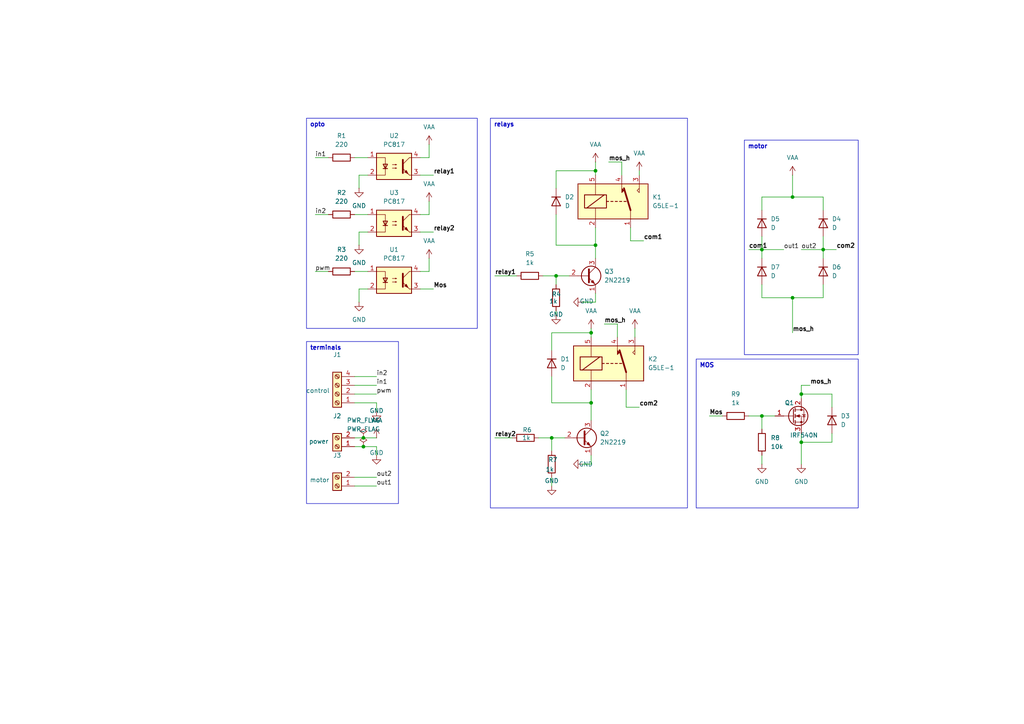
<source format=kicad_sch>
(kicad_sch
	(version 20250114)
	(generator "eeschema")
	(generator_version "9.0")
	(uuid "653d3790-45d8-4bfd-af4a-477a9447c550")
	(paper "A4")
	(lib_symbols
		(symbol "Connector:Screw_Terminal_01x02"
			(pin_names
				(offset 1.016)
				(hide yes)
			)
			(exclude_from_sim no)
			(in_bom yes)
			(on_board yes)
			(property "Reference" "J"
				(at 0 2.54 0)
				(effects
					(font
						(size 1.27 1.27)
					)
				)
			)
			(property "Value" "Screw_Terminal_01x02"
				(at 0 -5.08 0)
				(effects
					(font
						(size 1.27 1.27)
					)
				)
			)
			(property "Footprint" ""
				(at 0 0 0)
				(effects
					(font
						(size 1.27 1.27)
					)
					(hide yes)
				)
			)
			(property "Datasheet" "~"
				(at 0 0 0)
				(effects
					(font
						(size 1.27 1.27)
					)
					(hide yes)
				)
			)
			(property "Description" "Generic screw terminal, single row, 01x02, script generated (kicad-library-utils/schlib/autogen/connector/)"
				(at 0 0 0)
				(effects
					(font
						(size 1.27 1.27)
					)
					(hide yes)
				)
			)
			(property "ki_keywords" "screw terminal"
				(at 0 0 0)
				(effects
					(font
						(size 1.27 1.27)
					)
					(hide yes)
				)
			)
			(property "ki_fp_filters" "TerminalBlock*:*"
				(at 0 0 0)
				(effects
					(font
						(size 1.27 1.27)
					)
					(hide yes)
				)
			)
			(symbol "Screw_Terminal_01x02_1_1"
				(rectangle
					(start -1.27 1.27)
					(end 1.27 -3.81)
					(stroke
						(width 0.254)
						(type default)
					)
					(fill
						(type background)
					)
				)
				(polyline
					(pts
						(xy -0.5334 0.3302) (xy 0.3302 -0.508)
					)
					(stroke
						(width 0.1524)
						(type default)
					)
					(fill
						(type none)
					)
				)
				(polyline
					(pts
						(xy -0.5334 -2.2098) (xy 0.3302 -3.048)
					)
					(stroke
						(width 0.1524)
						(type default)
					)
					(fill
						(type none)
					)
				)
				(polyline
					(pts
						(xy -0.3556 0.508) (xy 0.508 -0.3302)
					)
					(stroke
						(width 0.1524)
						(type default)
					)
					(fill
						(type none)
					)
				)
				(polyline
					(pts
						(xy -0.3556 -2.032) (xy 0.508 -2.8702)
					)
					(stroke
						(width 0.1524)
						(type default)
					)
					(fill
						(type none)
					)
				)
				(circle
					(center 0 0)
					(radius 0.635)
					(stroke
						(width 0.1524)
						(type default)
					)
					(fill
						(type none)
					)
				)
				(circle
					(center 0 -2.54)
					(radius 0.635)
					(stroke
						(width 0.1524)
						(type default)
					)
					(fill
						(type none)
					)
				)
				(pin passive line
					(at -5.08 0 0)
					(length 3.81)
					(name "Pin_1"
						(effects
							(font
								(size 1.27 1.27)
							)
						)
					)
					(number "1"
						(effects
							(font
								(size 1.27 1.27)
							)
						)
					)
				)
				(pin passive line
					(at -5.08 -2.54 0)
					(length 3.81)
					(name "Pin_2"
						(effects
							(font
								(size 1.27 1.27)
							)
						)
					)
					(number "2"
						(effects
							(font
								(size 1.27 1.27)
							)
						)
					)
				)
			)
			(embedded_fonts no)
		)
		(symbol "Connector:Screw_Terminal_01x04"
			(pin_names
				(offset 1.016)
				(hide yes)
			)
			(exclude_from_sim no)
			(in_bom yes)
			(on_board yes)
			(property "Reference" "J"
				(at 0 5.08 0)
				(effects
					(font
						(size 1.27 1.27)
					)
				)
			)
			(property "Value" "Screw_Terminal_01x04"
				(at 0 -7.62 0)
				(effects
					(font
						(size 1.27 1.27)
					)
				)
			)
			(property "Footprint" ""
				(at 0 0 0)
				(effects
					(font
						(size 1.27 1.27)
					)
					(hide yes)
				)
			)
			(property "Datasheet" "~"
				(at 0 0 0)
				(effects
					(font
						(size 1.27 1.27)
					)
					(hide yes)
				)
			)
			(property "Description" "Generic screw terminal, single row, 01x04, script generated (kicad-library-utils/schlib/autogen/connector/)"
				(at 0 0 0)
				(effects
					(font
						(size 1.27 1.27)
					)
					(hide yes)
				)
			)
			(property "ki_keywords" "screw terminal"
				(at 0 0 0)
				(effects
					(font
						(size 1.27 1.27)
					)
					(hide yes)
				)
			)
			(property "ki_fp_filters" "TerminalBlock*:*"
				(at 0 0 0)
				(effects
					(font
						(size 1.27 1.27)
					)
					(hide yes)
				)
			)
			(symbol "Screw_Terminal_01x04_1_1"
				(rectangle
					(start -1.27 3.81)
					(end 1.27 -6.35)
					(stroke
						(width 0.254)
						(type default)
					)
					(fill
						(type background)
					)
				)
				(polyline
					(pts
						(xy -0.5334 2.8702) (xy 0.3302 2.032)
					)
					(stroke
						(width 0.1524)
						(type default)
					)
					(fill
						(type none)
					)
				)
				(polyline
					(pts
						(xy -0.5334 0.3302) (xy 0.3302 -0.508)
					)
					(stroke
						(width 0.1524)
						(type default)
					)
					(fill
						(type none)
					)
				)
				(polyline
					(pts
						(xy -0.5334 -2.2098) (xy 0.3302 -3.048)
					)
					(stroke
						(width 0.1524)
						(type default)
					)
					(fill
						(type none)
					)
				)
				(polyline
					(pts
						(xy -0.5334 -4.7498) (xy 0.3302 -5.588)
					)
					(stroke
						(width 0.1524)
						(type default)
					)
					(fill
						(type none)
					)
				)
				(polyline
					(pts
						(xy -0.3556 3.048) (xy 0.508 2.2098)
					)
					(stroke
						(width 0.1524)
						(type default)
					)
					(fill
						(type none)
					)
				)
				(polyline
					(pts
						(xy -0.3556 0.508) (xy 0.508 -0.3302)
					)
					(stroke
						(width 0.1524)
						(type default)
					)
					(fill
						(type none)
					)
				)
				(polyline
					(pts
						(xy -0.3556 -2.032) (xy 0.508 -2.8702)
					)
					(stroke
						(width 0.1524)
						(type default)
					)
					(fill
						(type none)
					)
				)
				(polyline
					(pts
						(xy -0.3556 -4.572) (xy 0.508 -5.4102)
					)
					(stroke
						(width 0.1524)
						(type default)
					)
					(fill
						(type none)
					)
				)
				(circle
					(center 0 2.54)
					(radius 0.635)
					(stroke
						(width 0.1524)
						(type default)
					)
					(fill
						(type none)
					)
				)
				(circle
					(center 0 0)
					(radius 0.635)
					(stroke
						(width 0.1524)
						(type default)
					)
					(fill
						(type none)
					)
				)
				(circle
					(center 0 -2.54)
					(radius 0.635)
					(stroke
						(width 0.1524)
						(type default)
					)
					(fill
						(type none)
					)
				)
				(circle
					(center 0 -5.08)
					(radius 0.635)
					(stroke
						(width 0.1524)
						(type default)
					)
					(fill
						(type none)
					)
				)
				(pin passive line
					(at -5.08 2.54 0)
					(length 3.81)
					(name "Pin_1"
						(effects
							(font
								(size 1.27 1.27)
							)
						)
					)
					(number "1"
						(effects
							(font
								(size 1.27 1.27)
							)
						)
					)
				)
				(pin passive line
					(at -5.08 0 0)
					(length 3.81)
					(name "Pin_2"
						(effects
							(font
								(size 1.27 1.27)
							)
						)
					)
					(number "2"
						(effects
							(font
								(size 1.27 1.27)
							)
						)
					)
				)
				(pin passive line
					(at -5.08 -2.54 0)
					(length 3.81)
					(name "Pin_3"
						(effects
							(font
								(size 1.27 1.27)
							)
						)
					)
					(number "3"
						(effects
							(font
								(size 1.27 1.27)
							)
						)
					)
				)
				(pin passive line
					(at -5.08 -5.08 0)
					(length 3.81)
					(name "Pin_4"
						(effects
							(font
								(size 1.27 1.27)
							)
						)
					)
					(number "4"
						(effects
							(font
								(size 1.27 1.27)
							)
						)
					)
				)
			)
			(embedded_fonts no)
		)
		(symbol "Device:D"
			(pin_numbers
				(hide yes)
			)
			(pin_names
				(offset 1.016)
				(hide yes)
			)
			(exclude_from_sim no)
			(in_bom yes)
			(on_board yes)
			(property "Reference" "D"
				(at 0 2.54 0)
				(effects
					(font
						(size 1.27 1.27)
					)
				)
			)
			(property "Value" "D"
				(at 0 -2.54 0)
				(effects
					(font
						(size 1.27 1.27)
					)
				)
			)
			(property "Footprint" ""
				(at 0 0 0)
				(effects
					(font
						(size 1.27 1.27)
					)
					(hide yes)
				)
			)
			(property "Datasheet" "~"
				(at 0 0 0)
				(effects
					(font
						(size 1.27 1.27)
					)
					(hide yes)
				)
			)
			(property "Description" "Diode"
				(at 0 0 0)
				(effects
					(font
						(size 1.27 1.27)
					)
					(hide yes)
				)
			)
			(property "Sim.Device" "D"
				(at 0 0 0)
				(effects
					(font
						(size 1.27 1.27)
					)
					(hide yes)
				)
			)
			(property "Sim.Pins" "1=K 2=A"
				(at 0 0 0)
				(effects
					(font
						(size 1.27 1.27)
					)
					(hide yes)
				)
			)
			(property "ki_keywords" "diode"
				(at 0 0 0)
				(effects
					(font
						(size 1.27 1.27)
					)
					(hide yes)
				)
			)
			(property "ki_fp_filters" "TO-???* *_Diode_* *SingleDiode* D_*"
				(at 0 0 0)
				(effects
					(font
						(size 1.27 1.27)
					)
					(hide yes)
				)
			)
			(symbol "D_0_1"
				(polyline
					(pts
						(xy -1.27 1.27) (xy -1.27 -1.27)
					)
					(stroke
						(width 0.254)
						(type default)
					)
					(fill
						(type none)
					)
				)
				(polyline
					(pts
						(xy 1.27 1.27) (xy 1.27 -1.27) (xy -1.27 0) (xy 1.27 1.27)
					)
					(stroke
						(width 0.254)
						(type default)
					)
					(fill
						(type none)
					)
				)
				(polyline
					(pts
						(xy 1.27 0) (xy -1.27 0)
					)
					(stroke
						(width 0)
						(type default)
					)
					(fill
						(type none)
					)
				)
			)
			(symbol "D_1_1"
				(pin passive line
					(at -3.81 0 0)
					(length 2.54)
					(name "K"
						(effects
							(font
								(size 1.27 1.27)
							)
						)
					)
					(number "1"
						(effects
							(font
								(size 1.27 1.27)
							)
						)
					)
				)
				(pin passive line
					(at 3.81 0 180)
					(length 2.54)
					(name "A"
						(effects
							(font
								(size 1.27 1.27)
							)
						)
					)
					(number "2"
						(effects
							(font
								(size 1.27 1.27)
							)
						)
					)
				)
			)
			(embedded_fonts no)
		)
		(symbol "Device:R"
			(pin_numbers
				(hide yes)
			)
			(pin_names
				(offset 0)
			)
			(exclude_from_sim no)
			(in_bom yes)
			(on_board yes)
			(property "Reference" "R"
				(at 2.032 0 90)
				(effects
					(font
						(size 1.27 1.27)
					)
				)
			)
			(property "Value" "R"
				(at 0 0 90)
				(effects
					(font
						(size 1.27 1.27)
					)
				)
			)
			(property "Footprint" ""
				(at -1.778 0 90)
				(effects
					(font
						(size 1.27 1.27)
					)
					(hide yes)
				)
			)
			(property "Datasheet" "~"
				(at 0 0 0)
				(effects
					(font
						(size 1.27 1.27)
					)
					(hide yes)
				)
			)
			(property "Description" "Resistor"
				(at 0 0 0)
				(effects
					(font
						(size 1.27 1.27)
					)
					(hide yes)
				)
			)
			(property "ki_keywords" "R res resistor"
				(at 0 0 0)
				(effects
					(font
						(size 1.27 1.27)
					)
					(hide yes)
				)
			)
			(property "ki_fp_filters" "R_*"
				(at 0 0 0)
				(effects
					(font
						(size 1.27 1.27)
					)
					(hide yes)
				)
			)
			(symbol "R_0_1"
				(rectangle
					(start -1.016 -2.54)
					(end 1.016 2.54)
					(stroke
						(width 0.254)
						(type default)
					)
					(fill
						(type none)
					)
				)
			)
			(symbol "R_1_1"
				(pin passive line
					(at 0 3.81 270)
					(length 1.27)
					(name "~"
						(effects
							(font
								(size 1.27 1.27)
							)
						)
					)
					(number "1"
						(effects
							(font
								(size 1.27 1.27)
							)
						)
					)
				)
				(pin passive line
					(at 0 -3.81 90)
					(length 1.27)
					(name "~"
						(effects
							(font
								(size 1.27 1.27)
							)
						)
					)
					(number "2"
						(effects
							(font
								(size 1.27 1.27)
							)
						)
					)
				)
			)
			(embedded_fonts no)
		)
		(symbol "Isolator:PC817"
			(pin_names
				(offset 1.016)
			)
			(exclude_from_sim no)
			(in_bom yes)
			(on_board yes)
			(property "Reference" "U"
				(at -5.08 5.08 0)
				(effects
					(font
						(size 1.27 1.27)
					)
					(justify left)
				)
			)
			(property "Value" "PC817"
				(at 0 5.08 0)
				(effects
					(font
						(size 1.27 1.27)
					)
					(justify left)
				)
			)
			(property "Footprint" "Package_DIP:DIP-4_W7.62mm"
				(at -5.08 -5.08 0)
				(effects
					(font
						(size 1.27 1.27)
						(italic yes)
					)
					(justify left)
					(hide yes)
				)
			)
			(property "Datasheet" "http://www.soselectronic.cz/a_info/resource/d/pc817.pdf"
				(at 0 0 0)
				(effects
					(font
						(size 1.27 1.27)
					)
					(justify left)
					(hide yes)
				)
			)
			(property "Description" "DC Optocoupler, Vce 35V, CTR 50-300%, DIP-4"
				(at 0 0 0)
				(effects
					(font
						(size 1.27 1.27)
					)
					(hide yes)
				)
			)
			(property "ki_keywords" "NPN DC Optocoupler"
				(at 0 0 0)
				(effects
					(font
						(size 1.27 1.27)
					)
					(hide yes)
				)
			)
			(property "ki_fp_filters" "DIP*W7.62mm*"
				(at 0 0 0)
				(effects
					(font
						(size 1.27 1.27)
					)
					(hide yes)
				)
			)
			(symbol "PC817_0_1"
				(rectangle
					(start -5.08 3.81)
					(end 5.08 -3.81)
					(stroke
						(width 0.254)
						(type default)
					)
					(fill
						(type background)
					)
				)
				(polyline
					(pts
						(xy -5.08 2.54) (xy -2.54 2.54) (xy -2.54 -0.635)
					)
					(stroke
						(width 0)
						(type default)
					)
					(fill
						(type none)
					)
				)
				(polyline
					(pts
						(xy -3.175 -0.635) (xy -1.905 -0.635)
					)
					(stroke
						(width 0.254)
						(type default)
					)
					(fill
						(type none)
					)
				)
				(polyline
					(pts
						(xy -2.54 -0.635) (xy -2.54 -2.54) (xy -5.08 -2.54)
					)
					(stroke
						(width 0)
						(type default)
					)
					(fill
						(type none)
					)
				)
				(polyline
					(pts
						(xy -2.54 -0.635) (xy -3.175 0.635) (xy -1.905 0.635) (xy -2.54 -0.635)
					)
					(stroke
						(width 0.254)
						(type default)
					)
					(fill
						(type none)
					)
				)
				(polyline
					(pts
						(xy -0.508 0.508) (xy 0.762 0.508) (xy 0.381 0.381) (xy 0.381 0.635) (xy 0.762 0.508)
					)
					(stroke
						(width 0)
						(type default)
					)
					(fill
						(type none)
					)
				)
				(polyline
					(pts
						(xy -0.508 -0.508) (xy 0.762 -0.508) (xy 0.381 -0.635) (xy 0.381 -0.381) (xy 0.762 -0.508)
					)
					(stroke
						(width 0)
						(type default)
					)
					(fill
						(type none)
					)
				)
				(polyline
					(pts
						(xy 2.54 1.905) (xy 2.54 -1.905) (xy 2.54 -1.905)
					)
					(stroke
						(width 0.508)
						(type default)
					)
					(fill
						(type none)
					)
				)
				(polyline
					(pts
						(xy 2.54 0.635) (xy 4.445 2.54)
					)
					(stroke
						(width 0)
						(type default)
					)
					(fill
						(type none)
					)
				)
				(polyline
					(pts
						(xy 3.048 -1.651) (xy 3.556 -1.143) (xy 4.064 -2.159) (xy 3.048 -1.651) (xy 3.048 -1.651)
					)
					(stroke
						(width 0)
						(type default)
					)
					(fill
						(type outline)
					)
				)
				(polyline
					(pts
						(xy 4.445 2.54) (xy 5.08 2.54)
					)
					(stroke
						(width 0)
						(type default)
					)
					(fill
						(type none)
					)
				)
				(polyline
					(pts
						(xy 4.445 -2.54) (xy 2.54 -0.635)
					)
					(stroke
						(width 0)
						(type default)
					)
					(fill
						(type outline)
					)
				)
				(polyline
					(pts
						(xy 4.445 -2.54) (xy 5.08 -2.54)
					)
					(stroke
						(width 0)
						(type default)
					)
					(fill
						(type none)
					)
				)
			)
			(symbol "PC817_1_1"
				(pin passive line
					(at -7.62 2.54 0)
					(length 2.54)
					(name "~"
						(effects
							(font
								(size 1.27 1.27)
							)
						)
					)
					(number "1"
						(effects
							(font
								(size 1.27 1.27)
							)
						)
					)
				)
				(pin passive line
					(at -7.62 -2.54 0)
					(length 2.54)
					(name "~"
						(effects
							(font
								(size 1.27 1.27)
							)
						)
					)
					(number "2"
						(effects
							(font
								(size 1.27 1.27)
							)
						)
					)
				)
				(pin passive line
					(at 7.62 2.54 180)
					(length 2.54)
					(name "~"
						(effects
							(font
								(size 1.27 1.27)
							)
						)
					)
					(number "4"
						(effects
							(font
								(size 1.27 1.27)
							)
						)
					)
				)
				(pin passive line
					(at 7.62 -2.54 180)
					(length 2.54)
					(name "~"
						(effects
							(font
								(size 1.27 1.27)
							)
						)
					)
					(number "3"
						(effects
							(font
								(size 1.27 1.27)
							)
						)
					)
				)
			)
			(embedded_fonts no)
		)
		(symbol "Relay:G5LE-1"
			(exclude_from_sim no)
			(in_bom yes)
			(on_board yes)
			(property "Reference" "K"
				(at 11.43 3.81 0)
				(effects
					(font
						(size 1.27 1.27)
					)
					(justify left)
				)
			)
			(property "Value" "G5LE-1"
				(at 11.43 1.27 0)
				(effects
					(font
						(size 1.27 1.27)
					)
					(justify left)
				)
			)
			(property "Footprint" "Relay_THT:Relay_SPDT_Omron-G5LE-1"
				(at 11.43 -1.27 0)
				(effects
					(font
						(size 1.27 1.27)
					)
					(justify left)
					(hide yes)
				)
			)
			(property "Datasheet" "http://www.omron.com/ecb/products/pdf/en-g5le.pdf"
				(at 0 0 0)
				(effects
					(font
						(size 1.27 1.27)
					)
					(hide yes)
				)
			)
			(property "Description" "Omron G5LE relay, Miniature Single Pole, SPDT, 10A"
				(at 0 0 0)
				(effects
					(font
						(size 1.27 1.27)
					)
					(hide yes)
				)
			)
			(property "ki_keywords" "Miniature Single Pole Relay"
				(at 0 0 0)
				(effects
					(font
						(size 1.27 1.27)
					)
					(hide yes)
				)
			)
			(property "ki_fp_filters" "Relay*SPDT*Omron*G5LE?1*"
				(at 0 0 0)
				(effects
					(font
						(size 1.27 1.27)
					)
					(hide yes)
				)
			)
			(symbol "G5LE-1_0_0"
				(polyline
					(pts
						(xy 7.62 5.08) (xy 7.62 2.54) (xy 6.985 3.175) (xy 7.62 3.81)
					)
					(stroke
						(width 0)
						(type default)
					)
					(fill
						(type none)
					)
				)
			)
			(symbol "G5LE-1_0_1"
				(rectangle
					(start -10.16 5.08)
					(end 10.16 -5.08)
					(stroke
						(width 0.254)
						(type default)
					)
					(fill
						(type background)
					)
				)
				(rectangle
					(start -8.255 1.905)
					(end -1.905 -1.905)
					(stroke
						(width 0.254)
						(type default)
					)
					(fill
						(type none)
					)
				)
				(polyline
					(pts
						(xy -7.62 -1.905) (xy -2.54 1.905)
					)
					(stroke
						(width 0.254)
						(type default)
					)
					(fill
						(type none)
					)
				)
				(polyline
					(pts
						(xy -5.08 5.08) (xy -5.08 1.905)
					)
					(stroke
						(width 0)
						(type default)
					)
					(fill
						(type none)
					)
				)
				(polyline
					(pts
						(xy -5.08 -5.08) (xy -5.08 -1.905)
					)
					(stroke
						(width 0)
						(type default)
					)
					(fill
						(type none)
					)
				)
				(polyline
					(pts
						(xy -1.905 0) (xy -1.27 0)
					)
					(stroke
						(width 0.254)
						(type default)
					)
					(fill
						(type none)
					)
				)
				(polyline
					(pts
						(xy -0.635 0) (xy 0 0)
					)
					(stroke
						(width 0.254)
						(type default)
					)
					(fill
						(type none)
					)
				)
				(polyline
					(pts
						(xy 0.635 0) (xy 1.27 0)
					)
					(stroke
						(width 0.254)
						(type default)
					)
					(fill
						(type none)
					)
				)
				(polyline
					(pts
						(xy 1.905 0) (xy 2.54 0)
					)
					(stroke
						(width 0.254)
						(type default)
					)
					(fill
						(type none)
					)
				)
				(polyline
					(pts
						(xy 2.54 5.08) (xy 2.54 2.54) (xy 3.175 3.175) (xy 2.54 3.81)
					)
					(stroke
						(width 0)
						(type default)
					)
					(fill
						(type outline)
					)
				)
				(polyline
					(pts
						(xy 3.175 0) (xy 3.81 0)
					)
					(stroke
						(width 0.254)
						(type default)
					)
					(fill
						(type none)
					)
				)
				(polyline
					(pts
						(xy 5.08 -2.54) (xy 3.175 3.81)
					)
					(stroke
						(width 0.508)
						(type default)
					)
					(fill
						(type none)
					)
				)
				(polyline
					(pts
						(xy 5.08 -2.54) (xy 5.08 -5.08)
					)
					(stroke
						(width 0)
						(type default)
					)
					(fill
						(type none)
					)
				)
			)
			(symbol "G5LE-1_1_1"
				(pin passive line
					(at -5.08 7.62 270)
					(length 2.54)
					(name "~"
						(effects
							(font
								(size 1.27 1.27)
							)
						)
					)
					(number "5"
						(effects
							(font
								(size 1.27 1.27)
							)
						)
					)
				)
				(pin passive line
					(at -5.08 -7.62 90)
					(length 2.54)
					(name "~"
						(effects
							(font
								(size 1.27 1.27)
							)
						)
					)
					(number "2"
						(effects
							(font
								(size 1.27 1.27)
							)
						)
					)
				)
				(pin passive line
					(at 2.54 7.62 270)
					(length 2.54)
					(name "~"
						(effects
							(font
								(size 1.27 1.27)
							)
						)
					)
					(number "4"
						(effects
							(font
								(size 1.27 1.27)
							)
						)
					)
				)
				(pin passive line
					(at 5.08 -7.62 90)
					(length 2.54)
					(name "~"
						(effects
							(font
								(size 1.27 1.27)
							)
						)
					)
					(number "1"
						(effects
							(font
								(size 1.27 1.27)
							)
						)
					)
				)
				(pin passive line
					(at 7.62 7.62 270)
					(length 2.54)
					(name "~"
						(effects
							(font
								(size 1.27 1.27)
							)
						)
					)
					(number "3"
						(effects
							(font
								(size 1.27 1.27)
							)
						)
					)
				)
			)
			(embedded_fonts no)
		)
		(symbol "Transistor_BJT:2N2219"
			(pin_names
				(offset 0)
				(hide yes)
			)
			(exclude_from_sim no)
			(in_bom yes)
			(on_board yes)
			(property "Reference" "Q"
				(at 5.08 1.905 0)
				(effects
					(font
						(size 1.27 1.27)
					)
					(justify left)
				)
			)
			(property "Value" "2N2219"
				(at 5.08 0 0)
				(effects
					(font
						(size 1.27 1.27)
					)
					(justify left)
				)
			)
			(property "Footprint" "Package_TO_SOT_THT:TO-39-3"
				(at 5.08 -1.905 0)
				(effects
					(font
						(size 1.27 1.27)
						(italic yes)
					)
					(justify left)
					(hide yes)
				)
			)
			(property "Datasheet" "http://www.onsemi.com/pub_link/Collateral/2N2219-D.PDF"
				(at 0 0 0)
				(effects
					(font
						(size 1.27 1.27)
					)
					(justify left)
					(hide yes)
				)
			)
			(property "Description" "800mA Ic, 50V Vce, NPN Transistor, TO-39"
				(at 0 0 0)
				(effects
					(font
						(size 1.27 1.27)
					)
					(hide yes)
				)
			)
			(property "ki_keywords" "NPN Transistor"
				(at 0 0 0)
				(effects
					(font
						(size 1.27 1.27)
					)
					(hide yes)
				)
			)
			(property "ki_fp_filters" "TO?39*"
				(at 0 0 0)
				(effects
					(font
						(size 1.27 1.27)
					)
					(hide yes)
				)
			)
			(symbol "2N2219_0_1"
				(polyline
					(pts
						(xy -2.54 0) (xy 0.635 0)
					)
					(stroke
						(width 0)
						(type default)
					)
					(fill
						(type none)
					)
				)
				(polyline
					(pts
						(xy 0.635 1.905) (xy 0.635 -1.905)
					)
					(stroke
						(width 0.508)
						(type default)
					)
					(fill
						(type none)
					)
				)
				(circle
					(center 1.27 0)
					(radius 2.8194)
					(stroke
						(width 0.254)
						(type default)
					)
					(fill
						(type none)
					)
				)
			)
			(symbol "2N2219_1_1"
				(polyline
					(pts
						(xy 0.635 0.635) (xy 2.54 2.54)
					)
					(stroke
						(width 0)
						(type default)
					)
					(fill
						(type none)
					)
				)
				(polyline
					(pts
						(xy 0.635 -0.635) (xy 2.54 -2.54)
					)
					(stroke
						(width 0)
						(type default)
					)
					(fill
						(type none)
					)
				)
				(polyline
					(pts
						(xy 1.27 -1.778) (xy 1.778 -1.27) (xy 2.286 -2.286) (xy 1.27 -1.778)
					)
					(stroke
						(width 0)
						(type default)
					)
					(fill
						(type outline)
					)
				)
				(pin input line
					(at -5.08 0 0)
					(length 2.54)
					(name "B"
						(effects
							(font
								(size 1.27 1.27)
							)
						)
					)
					(number "2"
						(effects
							(font
								(size 1.27 1.27)
							)
						)
					)
				)
				(pin passive line
					(at 2.54 5.08 270)
					(length 2.54)
					(name "C"
						(effects
							(font
								(size 1.27 1.27)
							)
						)
					)
					(number "3"
						(effects
							(font
								(size 1.27 1.27)
							)
						)
					)
				)
				(pin passive line
					(at 2.54 -5.08 90)
					(length 2.54)
					(name "E"
						(effects
							(font
								(size 1.27 1.27)
							)
						)
					)
					(number "1"
						(effects
							(font
								(size 1.27 1.27)
							)
						)
					)
				)
			)
			(embedded_fonts no)
		)
		(symbol "Transistor_FET:IRF540N"
			(pin_names
				(hide yes)
			)
			(exclude_from_sim no)
			(in_bom yes)
			(on_board yes)
			(property "Reference" "Q"
				(at 5.08 1.905 0)
				(effects
					(font
						(size 1.27 1.27)
					)
					(justify left)
				)
			)
			(property "Value" "IRF540N"
				(at 5.08 0 0)
				(effects
					(font
						(size 1.27 1.27)
					)
					(justify left)
				)
			)
			(property "Footprint" "Package_TO_SOT_THT:TO-220-3_Vertical"
				(at 5.08 -1.905 0)
				(effects
					(font
						(size 1.27 1.27)
						(italic yes)
					)
					(justify left)
					(hide yes)
				)
			)
			(property "Datasheet" "http://www.irf.com/product-info/datasheets/data/irf540n.pdf"
				(at 5.08 -3.81 0)
				(effects
					(font
						(size 1.27 1.27)
					)
					(justify left)
					(hide yes)
				)
			)
			(property "Description" "33A Id, 100V Vds, HEXFET N-Channel MOSFET, TO-220"
				(at 0 0 0)
				(effects
					(font
						(size 1.27 1.27)
					)
					(hide yes)
				)
			)
			(property "ki_keywords" "HEXFET N-Channel MOSFET"
				(at 0 0 0)
				(effects
					(font
						(size 1.27 1.27)
					)
					(hide yes)
				)
			)
			(property "ki_fp_filters" "TO?220*"
				(at 0 0 0)
				(effects
					(font
						(size 1.27 1.27)
					)
					(hide yes)
				)
			)
			(symbol "IRF540N_0_1"
				(polyline
					(pts
						(xy 0.254 1.905) (xy 0.254 -1.905)
					)
					(stroke
						(width 0.254)
						(type default)
					)
					(fill
						(type none)
					)
				)
				(polyline
					(pts
						(xy 0.254 0) (xy -2.54 0)
					)
					(stroke
						(width 0)
						(type default)
					)
					(fill
						(type none)
					)
				)
				(polyline
					(pts
						(xy 0.762 2.286) (xy 0.762 1.27)
					)
					(stroke
						(width 0.254)
						(type default)
					)
					(fill
						(type none)
					)
				)
				(polyline
					(pts
						(xy 0.762 0.508) (xy 0.762 -0.508)
					)
					(stroke
						(width 0.254)
						(type default)
					)
					(fill
						(type none)
					)
				)
				(polyline
					(pts
						(xy 0.762 -1.27) (xy 0.762 -2.286)
					)
					(stroke
						(width 0.254)
						(type default)
					)
					(fill
						(type none)
					)
				)
				(polyline
					(pts
						(xy 0.762 -1.778) (xy 3.302 -1.778) (xy 3.302 1.778) (xy 0.762 1.778)
					)
					(stroke
						(width 0)
						(type default)
					)
					(fill
						(type none)
					)
				)
				(polyline
					(pts
						(xy 1.016 0) (xy 2.032 0.381) (xy 2.032 -0.381) (xy 1.016 0)
					)
					(stroke
						(width 0)
						(type default)
					)
					(fill
						(type outline)
					)
				)
				(circle
					(center 1.651 0)
					(radius 2.794)
					(stroke
						(width 0.254)
						(type default)
					)
					(fill
						(type none)
					)
				)
				(polyline
					(pts
						(xy 2.54 2.54) (xy 2.54 1.778)
					)
					(stroke
						(width 0)
						(type default)
					)
					(fill
						(type none)
					)
				)
				(circle
					(center 2.54 1.778)
					(radius 0.254)
					(stroke
						(width 0)
						(type default)
					)
					(fill
						(type outline)
					)
				)
				(circle
					(center 2.54 -1.778)
					(radius 0.254)
					(stroke
						(width 0)
						(type default)
					)
					(fill
						(type outline)
					)
				)
				(polyline
					(pts
						(xy 2.54 -2.54) (xy 2.54 0) (xy 0.762 0)
					)
					(stroke
						(width 0)
						(type default)
					)
					(fill
						(type none)
					)
				)
				(polyline
					(pts
						(xy 2.794 0.508) (xy 2.921 0.381) (xy 3.683 0.381) (xy 3.81 0.254)
					)
					(stroke
						(width 0)
						(type default)
					)
					(fill
						(type none)
					)
				)
				(polyline
					(pts
						(xy 3.302 0.381) (xy 2.921 -0.254) (xy 3.683 -0.254) (xy 3.302 0.381)
					)
					(stroke
						(width 0)
						(type default)
					)
					(fill
						(type none)
					)
				)
			)
			(symbol "IRF540N_1_1"
				(pin input line
					(at -5.08 0 0)
					(length 2.54)
					(name "G"
						(effects
							(font
								(size 1.27 1.27)
							)
						)
					)
					(number "1"
						(effects
							(font
								(size 1.27 1.27)
							)
						)
					)
				)
				(pin passive line
					(at 2.54 5.08 270)
					(length 2.54)
					(name "D"
						(effects
							(font
								(size 1.27 1.27)
							)
						)
					)
					(number "2"
						(effects
							(font
								(size 1.27 1.27)
							)
						)
					)
				)
				(pin passive line
					(at 2.54 -5.08 90)
					(length 2.54)
					(name "S"
						(effects
							(font
								(size 1.27 1.27)
							)
						)
					)
					(number "3"
						(effects
							(font
								(size 1.27 1.27)
							)
						)
					)
				)
			)
			(embedded_fonts no)
		)
		(symbol "power:GND"
			(power)
			(pin_numbers
				(hide yes)
			)
			(pin_names
				(offset 0)
				(hide yes)
			)
			(exclude_from_sim no)
			(in_bom yes)
			(on_board yes)
			(property "Reference" "#PWR"
				(at 0 -6.35 0)
				(effects
					(font
						(size 1.27 1.27)
					)
					(hide yes)
				)
			)
			(property "Value" "GND"
				(at 0 -3.81 0)
				(effects
					(font
						(size 1.27 1.27)
					)
				)
			)
			(property "Footprint" ""
				(at 0 0 0)
				(effects
					(font
						(size 1.27 1.27)
					)
					(hide yes)
				)
			)
			(property "Datasheet" ""
				(at 0 0 0)
				(effects
					(font
						(size 1.27 1.27)
					)
					(hide yes)
				)
			)
			(property "Description" "Power symbol creates a global label with name \"GND\" , ground"
				(at 0 0 0)
				(effects
					(font
						(size 1.27 1.27)
					)
					(hide yes)
				)
			)
			(property "ki_keywords" "global power"
				(at 0 0 0)
				(effects
					(font
						(size 1.27 1.27)
					)
					(hide yes)
				)
			)
			(symbol "GND_0_1"
				(polyline
					(pts
						(xy 0 0) (xy 0 -1.27) (xy 1.27 -1.27) (xy 0 -2.54) (xy -1.27 -1.27) (xy 0 -1.27)
					)
					(stroke
						(width 0)
						(type default)
					)
					(fill
						(type none)
					)
				)
			)
			(symbol "GND_1_1"
				(pin power_in line
					(at 0 0 270)
					(length 0)
					(name "~"
						(effects
							(font
								(size 1.27 1.27)
							)
						)
					)
					(number "1"
						(effects
							(font
								(size 1.27 1.27)
							)
						)
					)
				)
			)
			(embedded_fonts no)
		)
		(symbol "power:PWR_FLAG"
			(power)
			(pin_numbers
				(hide yes)
			)
			(pin_names
				(offset 0)
				(hide yes)
			)
			(exclude_from_sim no)
			(in_bom yes)
			(on_board yes)
			(property "Reference" "#FLG"
				(at 0 1.905 0)
				(effects
					(font
						(size 1.27 1.27)
					)
					(hide yes)
				)
			)
			(property "Value" "PWR_FLAG"
				(at 0 3.81 0)
				(effects
					(font
						(size 1.27 1.27)
					)
				)
			)
			(property "Footprint" ""
				(at 0 0 0)
				(effects
					(font
						(size 1.27 1.27)
					)
					(hide yes)
				)
			)
			(property "Datasheet" "~"
				(at 0 0 0)
				(effects
					(font
						(size 1.27 1.27)
					)
					(hide yes)
				)
			)
			(property "Description" "Special symbol for telling ERC where power comes from"
				(at 0 0 0)
				(effects
					(font
						(size 1.27 1.27)
					)
					(hide yes)
				)
			)
			(property "ki_keywords" "flag power"
				(at 0 0 0)
				(effects
					(font
						(size 1.27 1.27)
					)
					(hide yes)
				)
			)
			(symbol "PWR_FLAG_0_0"
				(pin power_out line
					(at 0 0 90)
					(length 0)
					(name "~"
						(effects
							(font
								(size 1.27 1.27)
							)
						)
					)
					(number "1"
						(effects
							(font
								(size 1.27 1.27)
							)
						)
					)
				)
			)
			(symbol "PWR_FLAG_0_1"
				(polyline
					(pts
						(xy 0 0) (xy 0 1.27) (xy -1.016 1.905) (xy 0 2.54) (xy 1.016 1.905) (xy 0 1.27)
					)
					(stroke
						(width 0)
						(type default)
					)
					(fill
						(type none)
					)
				)
			)
			(embedded_fonts no)
		)
		(symbol "power:VAA"
			(power)
			(pin_numbers
				(hide yes)
			)
			(pin_names
				(offset 0)
				(hide yes)
			)
			(exclude_from_sim no)
			(in_bom yes)
			(on_board yes)
			(property "Reference" "#PWR"
				(at 0 -3.81 0)
				(effects
					(font
						(size 1.27 1.27)
					)
					(hide yes)
				)
			)
			(property "Value" "VAA"
				(at 0 3.556 0)
				(effects
					(font
						(size 1.27 1.27)
					)
				)
			)
			(property "Footprint" ""
				(at 0 0 0)
				(effects
					(font
						(size 1.27 1.27)
					)
					(hide yes)
				)
			)
			(property "Datasheet" ""
				(at 0 0 0)
				(effects
					(font
						(size 1.27 1.27)
					)
					(hide yes)
				)
			)
			(property "Description" "Power symbol creates a global label with name \"VAA\""
				(at 0 0 0)
				(effects
					(font
						(size 1.27 1.27)
					)
					(hide yes)
				)
			)
			(property "ki_keywords" "global power"
				(at 0 0 0)
				(effects
					(font
						(size 1.27 1.27)
					)
					(hide yes)
				)
			)
			(symbol "VAA_0_1"
				(polyline
					(pts
						(xy -0.762 1.27) (xy 0 2.54)
					)
					(stroke
						(width 0)
						(type default)
					)
					(fill
						(type none)
					)
				)
				(polyline
					(pts
						(xy 0 2.54) (xy 0.762 1.27)
					)
					(stroke
						(width 0)
						(type default)
					)
					(fill
						(type none)
					)
				)
				(polyline
					(pts
						(xy 0 0) (xy 0 2.54)
					)
					(stroke
						(width 0)
						(type default)
					)
					(fill
						(type none)
					)
				)
			)
			(symbol "VAA_1_1"
				(pin power_in line
					(at 0 0 90)
					(length 0)
					(name "~"
						(effects
							(font
								(size 1.27 1.27)
							)
						)
					)
					(number "1"
						(effects
							(font
								(size 1.27 1.27)
							)
						)
					)
				)
			)
			(embedded_fonts no)
		)
	)
	(text_box "MOS"
		(exclude_from_sim no)
		(at 201.93 104.14 0)
		(size 46.99 43.18)
		(margins 0.9525 0.9525 0.9525 0.9525)
		(stroke
			(width 0)
			(type solid)
		)
		(fill
			(type none)
		)
		(effects
			(font
				(size 1.27 1.27)
				(thickness 0.254)
				(bold yes)
			)
			(justify left top)
		)
		(uuid "332e63d0-5e44-469e-8b07-9d484f729f27")
	)
	(text_box "opto"
		(exclude_from_sim no)
		(at 88.9 34.29 0)
		(size 49.53 60.96)
		(margins 0.9525 0.9525 0.9525 0.9525)
		(stroke
			(width 0)
			(type solid)
		)
		(fill
			(type none)
		)
		(effects
			(font
				(size 1.27 1.27)
				(thickness 0.254)
				(bold yes)
			)
			(justify left top)
		)
		(uuid "c6b6e72b-2426-4de7-b3c2-9b82c74f99b4")
	)
	(text_box "terminals"
		(exclude_from_sim no)
		(at 88.9 99.06 0)
		(size 26.67 46.99)
		(margins 0.9525 0.9525 0.9525 0.9525)
		(stroke
			(width 0)
			(type solid)
		)
		(fill
			(type none)
		)
		(effects
			(font
				(size 1.27 1.27)
				(thickness 0.254)
				(bold yes)
			)
			(justify left top)
		)
		(uuid "ede0d41e-b92b-4e43-a0ce-0c065f52ad15")
	)
	(text_box "motor"
		(exclude_from_sim no)
		(at 215.9 40.64 0)
		(size 33.02 62.23)
		(margins 0.9525 0.9525 0.9525 0.9525)
		(stroke
			(width 0)
			(type solid)
		)
		(fill
			(type none)
		)
		(effects
			(font
				(size 1.27 1.27)
				(thickness 0.254)
				(bold yes)
			)
			(justify left top)
		)
		(uuid "eeeb912c-a1d9-4036-bda1-fa8a2746e543")
	)
	(text_box "relays"
		(exclude_from_sim no)
		(at 142.24 34.29 0)
		(size 57.15 113.03)
		(margins 0.9525 0.9525 0.9525 0.9525)
		(stroke
			(width 0)
			(type solid)
		)
		(fill
			(type none)
		)
		(effects
			(font
				(size 1.27 1.27)
				(thickness 0.254)
				(bold yes)
			)
			(justify left top)
		)
		(uuid "f77b3618-5057-4238-82bc-2375b1d85bd2")
	)
	(junction
		(at 172.72 49.53)
		(diameter 0)
		(color 0 0 0 0)
		(uuid "003662c9-d8ff-440c-be36-4f064b88d3af")
	)
	(junction
		(at 105.41 127)
		(diameter 0)
		(color 0 0 0 0)
		(uuid "08933370-670d-4106-8674-85796d048a72")
	)
	(junction
		(at 161.29 80.01)
		(diameter 0)
		(color 0 0 0 0)
		(uuid "0b7d6ff4-4b15-453c-b1b4-4eaf3c2a5a9f")
	)
	(junction
		(at 229.87 57.15)
		(diameter 0)
		(color 0 0 0 0)
		(uuid "1126c1c8-f8de-4143-ac04-19df182df07c")
	)
	(junction
		(at 238.76 72.39)
		(diameter 0)
		(color 0 0 0 0)
		(uuid "194588ae-fdd0-4ecf-8a0a-677803c44d21")
	)
	(junction
		(at 105.41 129.54)
		(diameter 0)
		(color 0 0 0 0)
		(uuid "498c5d56-0c4f-49c3-90cc-6c8e99f9e6ed")
	)
	(junction
		(at 171.45 116.84)
		(diameter 0)
		(color 0 0 0 0)
		(uuid "5d577c0c-cdca-44c2-911c-441fdc6c8a10")
	)
	(junction
		(at 232.41 128.27)
		(diameter 0)
		(color 0 0 0 0)
		(uuid "6ab51523-9e00-4087-a4ec-f7a7541e08be")
	)
	(junction
		(at 229.87 86.36)
		(diameter 0)
		(color 0 0 0 0)
		(uuid "7970781e-a5f5-48d9-9b03-b3c326527d02")
	)
	(junction
		(at 220.98 120.65)
		(diameter 0)
		(color 0 0 0 0)
		(uuid "948affc6-87c9-4385-94cd-ac8a922a59af")
	)
	(junction
		(at 171.45 96.52)
		(diameter 0)
		(color 0 0 0 0)
		(uuid "a4d63769-eb6c-4e5f-8ce0-99b40b8b92a2")
	)
	(junction
		(at 220.98 72.39)
		(diameter 0)
		(color 0 0 0 0)
		(uuid "e3603415-d8cd-41c7-817a-57c230a10c50")
	)
	(junction
		(at 232.41 114.3)
		(diameter 0)
		(color 0 0 0 0)
		(uuid "e751fa92-330a-4142-ab7b-0e8e0f4bcd23")
	)
	(junction
		(at 160.02 127)
		(diameter 0)
		(color 0 0 0 0)
		(uuid "f16fc3c4-651a-4959-b616-253ac30ccd37")
	)
	(junction
		(at 172.72 71.12)
		(diameter 0)
		(color 0 0 0 0)
		(uuid "fa363ea8-6b71-4012-af7e-ee7f0056944c")
	)
	(wire
		(pts
			(xy 241.3 118.11) (xy 241.3 114.3)
		)
		(stroke
			(width 0)
			(type default)
		)
		(uuid "00241055-fc34-49ff-a50e-56733c9b9c29")
	)
	(wire
		(pts
			(xy 124.46 41.91) (xy 124.46 45.72)
		)
		(stroke
			(width 0)
			(type default)
		)
		(uuid "0270d76a-3817-4a9d-880d-bf533fcc01b3")
	)
	(wire
		(pts
			(xy 171.45 113.03) (xy 171.45 116.84)
		)
		(stroke
			(width 0)
			(type default)
		)
		(uuid "02a6dd7c-3434-4a14-9cf8-bd47344cee03")
	)
	(wire
		(pts
			(xy 171.45 116.84) (xy 160.02 116.84)
		)
		(stroke
			(width 0)
			(type default)
		)
		(uuid "03de1f14-6daa-4fe4-9b66-2b32005ddb15")
	)
	(wire
		(pts
			(xy 102.87 111.76) (xy 109.22 111.76)
		)
		(stroke
			(width 0)
			(type default)
		)
		(uuid "070c371b-72d6-497b-aacf-bbc8d95b96a1")
	)
	(wire
		(pts
			(xy 238.76 57.15) (xy 229.87 57.15)
		)
		(stroke
			(width 0)
			(type default)
		)
		(uuid "0cc5deda-b9fb-47d5-b812-79eb1e023824")
	)
	(wire
		(pts
			(xy 185.42 49.53) (xy 185.42 50.8)
		)
		(stroke
			(width 0)
			(type default)
		)
		(uuid "118860fd-ff0f-428a-b0e8-1d209c534136")
	)
	(wire
		(pts
			(xy 180.34 46.99) (xy 180.34 50.8)
		)
		(stroke
			(width 0)
			(type default)
		)
		(uuid "18fced9c-96fa-4baf-9299-a56a23e52cb2")
	)
	(wire
		(pts
			(xy 124.46 78.74) (xy 121.92 78.74)
		)
		(stroke
			(width 0)
			(type default)
		)
		(uuid "1a9002d2-20bb-4270-9212-4992a12f7be9")
	)
	(wire
		(pts
			(xy 160.02 101.6) (xy 160.02 96.52)
		)
		(stroke
			(width 0)
			(type default)
		)
		(uuid "204012e1-dfc5-4e80-b2cb-f2488ea6a048")
	)
	(wire
		(pts
			(xy 102.87 114.3) (xy 109.22 114.3)
		)
		(stroke
			(width 0)
			(type default)
		)
		(uuid "20bb91c1-255b-436f-a490-c9db7e97d403")
	)
	(wire
		(pts
			(xy 220.98 132.08) (xy 220.98 134.62)
		)
		(stroke
			(width 0)
			(type default)
		)
		(uuid "2162bd34-ba1c-4045-9a4f-93879fdf425c")
	)
	(wire
		(pts
			(xy 217.17 120.65) (xy 220.98 120.65)
		)
		(stroke
			(width 0)
			(type default)
		)
		(uuid "2183f632-7040-43e4-b1ea-5fc9889c0b39")
	)
	(wire
		(pts
			(xy 104.14 54.61) (xy 104.14 50.8)
		)
		(stroke
			(width 0)
			(type default)
		)
		(uuid "2274f135-128d-426b-8cde-a54d4e91b4d4")
	)
	(wire
		(pts
			(xy 220.98 72.39) (xy 227.33 72.39)
		)
		(stroke
			(width 0)
			(type default)
		)
		(uuid "285dd2ed-d4c2-402b-b319-ff7dd97ade0b")
	)
	(wire
		(pts
			(xy 186.69 69.85) (xy 182.88 69.85)
		)
		(stroke
			(width 0)
			(type default)
		)
		(uuid "2a6fcbde-5f54-4de7-941a-30800d1ecc52")
	)
	(wire
		(pts
			(xy 91.44 45.72) (xy 95.25 45.72)
		)
		(stroke
			(width 0)
			(type default)
		)
		(uuid "334282fc-646a-43ef-9f32-ae35caf55674")
	)
	(wire
		(pts
			(xy 125.73 83.82) (xy 121.92 83.82)
		)
		(stroke
			(width 0)
			(type default)
		)
		(uuid "347a1ac7-30aa-4d99-bb53-d9d4b9e33375")
	)
	(wire
		(pts
			(xy 229.87 50.8) (xy 229.87 57.15)
		)
		(stroke
			(width 0)
			(type default)
		)
		(uuid "3879db3d-364d-4f1c-9756-14d95d1e3361")
	)
	(wire
		(pts
			(xy 124.46 58.42) (xy 124.46 62.23)
		)
		(stroke
			(width 0)
			(type default)
		)
		(uuid "3c2f7373-0ae3-4fe3-8b10-5f295927e045")
	)
	(wire
		(pts
			(xy 220.98 72.39) (xy 220.98 74.93)
		)
		(stroke
			(width 0)
			(type default)
		)
		(uuid "3cc5efa5-9548-4e7b-af3b-add131b27eff")
	)
	(wire
		(pts
			(xy 238.76 86.36) (xy 229.87 86.36)
		)
		(stroke
			(width 0)
			(type default)
		)
		(uuid "3f22945e-8859-407a-8948-5e3f83aa149f")
	)
	(wire
		(pts
			(xy 238.76 60.96) (xy 238.76 57.15)
		)
		(stroke
			(width 0)
			(type default)
		)
		(uuid "409df90d-e45f-4db7-99e4-c27c5ecc3742")
	)
	(wire
		(pts
			(xy 104.14 71.12) (xy 104.14 67.31)
		)
		(stroke
			(width 0)
			(type default)
		)
		(uuid "45e2942c-cc59-427b-9a0f-d5b7c9626a04")
	)
	(wire
		(pts
			(xy 185.42 118.11) (xy 181.61 118.11)
		)
		(stroke
			(width 0)
			(type default)
		)
		(uuid "467df07f-52b6-4b40-b8d5-4140b646a215")
	)
	(wire
		(pts
			(xy 220.98 57.15) (xy 220.98 60.96)
		)
		(stroke
			(width 0)
			(type default)
		)
		(uuid "48780efa-f63c-4ed5-b863-11030acd2ff0")
	)
	(wire
		(pts
			(xy 105.41 127) (xy 109.22 127)
		)
		(stroke
			(width 0)
			(type default)
		)
		(uuid "499cdef5-0999-4ed4-8fe8-c3f2e425c7c6")
	)
	(wire
		(pts
			(xy 124.46 74.93) (xy 124.46 78.74)
		)
		(stroke
			(width 0)
			(type default)
		)
		(uuid "4adcd49c-cf10-4903-8607-b5fb100322ce")
	)
	(wire
		(pts
			(xy 104.14 67.31) (xy 106.68 67.31)
		)
		(stroke
			(width 0)
			(type default)
		)
		(uuid "4ae7be64-eb6d-42f7-b2e7-a9e6668c5a7f")
	)
	(wire
		(pts
			(xy 161.29 90.17) (xy 161.29 91.44)
		)
		(stroke
			(width 0)
			(type default)
		)
		(uuid "4e0f1108-6988-461f-9a9e-9c53ad0aabe6")
	)
	(wire
		(pts
			(xy 157.48 80.01) (xy 161.29 80.01)
		)
		(stroke
			(width 0)
			(type default)
		)
		(uuid "53e33743-e1cf-4553-a477-8a7193dbd12a")
	)
	(wire
		(pts
			(xy 156.21 127) (xy 160.02 127)
		)
		(stroke
			(width 0)
			(type default)
		)
		(uuid "590327bb-b824-4118-8bc3-7004209082e3")
	)
	(wire
		(pts
			(xy 232.41 128.27) (xy 232.41 134.62)
		)
		(stroke
			(width 0)
			(type default)
		)
		(uuid "59289d16-8ba2-48ee-a1c1-4ec307db4aaf")
	)
	(wire
		(pts
			(xy 160.02 127) (xy 163.83 127)
		)
		(stroke
			(width 0)
			(type default)
		)
		(uuid "5954c32e-ff34-465d-9568-07a340528051")
	)
	(wire
		(pts
			(xy 109.22 129.54) (xy 109.22 132.08)
		)
		(stroke
			(width 0)
			(type default)
		)
		(uuid "5afe67ac-b3ee-472f-833b-8100de062802")
	)
	(wire
		(pts
			(xy 161.29 80.01) (xy 165.1 80.01)
		)
		(stroke
			(width 0)
			(type default)
		)
		(uuid "5d4820e4-f1da-4e00-8bc3-b8ded759fdec")
	)
	(wire
		(pts
			(xy 168.91 87.63) (xy 172.72 87.63)
		)
		(stroke
			(width 0)
			(type default)
		)
		(uuid "602547dd-d073-4b15-9db6-b3c9464b07e8")
	)
	(wire
		(pts
			(xy 220.98 68.58) (xy 220.98 72.39)
		)
		(stroke
			(width 0)
			(type default)
		)
		(uuid "6077235c-070b-4309-9f4e-944e96a54855")
	)
	(wire
		(pts
			(xy 160.02 116.84) (xy 160.02 109.22)
		)
		(stroke
			(width 0)
			(type default)
		)
		(uuid "617e870f-fc8a-4c31-b93b-98c3f86dc394")
	)
	(wire
		(pts
			(xy 184.15 95.25) (xy 184.15 97.79)
		)
		(stroke
			(width 0)
			(type default)
		)
		(uuid "68a2a67c-bb01-4382-97c4-3f17f7fa0bee")
	)
	(wire
		(pts
			(xy 91.44 62.23) (xy 95.25 62.23)
		)
		(stroke
			(width 0)
			(type default)
		)
		(uuid "6a2968ff-fb3e-439e-afbf-4fcc6943f974")
	)
	(wire
		(pts
			(xy 102.87 62.23) (xy 106.68 62.23)
		)
		(stroke
			(width 0)
			(type default)
		)
		(uuid "6a643bd8-be53-45fd-b560-539468d025e4")
	)
	(wire
		(pts
			(xy 232.41 115.57) (xy 232.41 114.3)
		)
		(stroke
			(width 0)
			(type default)
		)
		(uuid "709193fa-3ff9-4b2a-9352-f93b89a1c11f")
	)
	(wire
		(pts
			(xy 229.87 86.36) (xy 229.87 96.52)
		)
		(stroke
			(width 0)
			(type default)
		)
		(uuid "71b51a57-05db-4280-b578-bcc83ebc5a79")
	)
	(wire
		(pts
			(xy 182.88 69.85) (xy 182.88 66.04)
		)
		(stroke
			(width 0)
			(type default)
		)
		(uuid "734d5586-543b-42d1-a53c-533d60381546")
	)
	(wire
		(pts
			(xy 220.98 86.36) (xy 220.98 82.55)
		)
		(stroke
			(width 0)
			(type default)
		)
		(uuid "74edfec3-e73c-47f2-aac1-dc157cfdcb31")
	)
	(wire
		(pts
			(xy 143.51 127) (xy 148.59 127)
		)
		(stroke
			(width 0)
			(type default)
		)
		(uuid "75daa7cd-84d4-4429-a204-2c2689f4f33c")
	)
	(wire
		(pts
			(xy 160.02 96.52) (xy 171.45 96.52)
		)
		(stroke
			(width 0)
			(type default)
		)
		(uuid "760bdc3c-a85a-4605-a4ed-fad7ce30060b")
	)
	(wire
		(pts
			(xy 104.14 50.8) (xy 106.68 50.8)
		)
		(stroke
			(width 0)
			(type default)
		)
		(uuid "79e6528a-a892-46ed-9da1-efea3225d000")
	)
	(wire
		(pts
			(xy 172.72 71.12) (xy 172.72 74.93)
		)
		(stroke
			(width 0)
			(type default)
		)
		(uuid "7cd170ca-8c7d-4c69-93a8-5096db94770c")
	)
	(wire
		(pts
			(xy 171.45 96.52) (xy 171.45 97.79)
		)
		(stroke
			(width 0)
			(type default)
		)
		(uuid "7e3f60a3-cd82-4b99-bbbe-65820017fc2c")
	)
	(wire
		(pts
			(xy 121.92 50.8) (xy 125.73 50.8)
		)
		(stroke
			(width 0)
			(type default)
		)
		(uuid "80c773e0-0a53-4d0c-99ab-d5fd110769c0")
	)
	(wire
		(pts
			(xy 238.76 82.55) (xy 238.76 86.36)
		)
		(stroke
			(width 0)
			(type default)
		)
		(uuid "8901ad0f-e52b-4820-aa72-aa05a85e7da4")
	)
	(wire
		(pts
			(xy 220.98 120.65) (xy 224.79 120.65)
		)
		(stroke
			(width 0)
			(type default)
		)
		(uuid "8b3d4953-28e2-41e6-98d9-e2ce57076710")
	)
	(wire
		(pts
			(xy 181.61 118.11) (xy 181.61 113.03)
		)
		(stroke
			(width 0)
			(type default)
		)
		(uuid "8c686540-0dd9-497c-b821-3696da7b6806")
	)
	(wire
		(pts
			(xy 172.72 66.04) (xy 172.72 71.12)
		)
		(stroke
			(width 0)
			(type default)
		)
		(uuid "8d658728-c862-4c8c-91ea-91853ad28fac")
	)
	(wire
		(pts
			(xy 205.74 120.65) (xy 209.55 120.65)
		)
		(stroke
			(width 0)
			(type default)
		)
		(uuid "93ea6e6a-6664-4de1-99b5-f86c48ba1b97")
	)
	(wire
		(pts
			(xy 172.72 49.53) (xy 172.72 50.8)
		)
		(stroke
			(width 0)
			(type default)
		)
		(uuid "99715c4a-aa10-4b96-94ce-aca43229f604")
	)
	(wire
		(pts
			(xy 102.87 129.54) (xy 105.41 129.54)
		)
		(stroke
			(width 0)
			(type default)
		)
		(uuid "9a644c69-933d-4c02-85a0-5c4b6bc818ac")
	)
	(wire
		(pts
			(xy 105.41 129.54) (xy 109.22 129.54)
		)
		(stroke
			(width 0)
			(type default)
		)
		(uuid "9edb9e41-2b22-4477-b492-574582226f74")
	)
	(wire
		(pts
			(xy 106.68 83.82) (xy 104.14 83.82)
		)
		(stroke
			(width 0)
			(type default)
		)
		(uuid "9f9d74a7-d04a-4298-bc83-cc10fcb3d311")
	)
	(wire
		(pts
			(xy 241.3 114.3) (xy 232.41 114.3)
		)
		(stroke
			(width 0)
			(type default)
		)
		(uuid "9ffa0374-c192-4eb6-a48d-9bdfe1ada195")
	)
	(wire
		(pts
			(xy 238.76 72.39) (xy 242.57 72.39)
		)
		(stroke
			(width 0)
			(type default)
		)
		(uuid "a2131176-f008-4479-a04c-65c605160494")
	)
	(wire
		(pts
			(xy 172.72 85.09) (xy 172.72 87.63)
		)
		(stroke
			(width 0)
			(type default)
		)
		(uuid "a2557b7d-10a3-4951-8a84-12024d8346ca")
	)
	(wire
		(pts
			(xy 161.29 54.61) (xy 161.29 49.53)
		)
		(stroke
			(width 0)
			(type default)
		)
		(uuid "a35a9d31-a81d-4b11-8dea-7047751bcc38")
	)
	(wire
		(pts
			(xy 172.72 71.12) (xy 161.29 71.12)
		)
		(stroke
			(width 0)
			(type default)
		)
		(uuid "a5b57075-cc7e-4f6c-a3c0-1b6bb7d30cf5")
	)
	(wire
		(pts
			(xy 220.98 120.65) (xy 220.98 124.46)
		)
		(stroke
			(width 0)
			(type default)
		)
		(uuid "a6baeaa9-b55d-43f4-97d4-049753b81536")
	)
	(wire
		(pts
			(xy 161.29 82.55) (xy 161.29 80.01)
		)
		(stroke
			(width 0)
			(type default)
		)
		(uuid "a828db43-fee0-44d8-9776-6b30e4a200e8")
	)
	(wire
		(pts
			(xy 175.26 93.98) (xy 179.07 93.98)
		)
		(stroke
			(width 0)
			(type default)
		)
		(uuid "a8aa400e-f72c-46f2-b814-c46864264058")
	)
	(wire
		(pts
			(xy 232.41 114.3) (xy 232.41 111.76)
		)
		(stroke
			(width 0)
			(type default)
		)
		(uuid "a8e48783-b242-47a6-abe1-5b0ee59a7eec")
	)
	(wire
		(pts
			(xy 104.14 83.82) (xy 104.14 87.63)
		)
		(stroke
			(width 0)
			(type default)
		)
		(uuid "a9f6caf0-7540-49c9-aeb3-7b37d632aca6")
	)
	(wire
		(pts
			(xy 232.41 111.76) (xy 234.95 111.76)
		)
		(stroke
			(width 0)
			(type default)
		)
		(uuid "ac3f7768-3e2e-4528-ba8f-bb0106e37c70")
	)
	(wire
		(pts
			(xy 160.02 138.43) (xy 160.02 140.97)
		)
		(stroke
			(width 0)
			(type default)
		)
		(uuid "afa3adac-646c-4a50-beec-0a71ebd87663")
	)
	(wire
		(pts
			(xy 121.92 67.31) (xy 125.73 67.31)
		)
		(stroke
			(width 0)
			(type default)
		)
		(uuid "b12ba28a-0e45-4f6e-a724-b1b8b3086835")
	)
	(wire
		(pts
			(xy 168.91 134.62) (xy 171.45 134.62)
		)
		(stroke
			(width 0)
			(type default)
		)
		(uuid "b25aef9f-1619-4d97-a0ad-1c0400202d36")
	)
	(wire
		(pts
			(xy 124.46 45.72) (xy 121.92 45.72)
		)
		(stroke
			(width 0)
			(type default)
		)
		(uuid "b3302f26-dcf2-4037-97b2-354c7762c899")
	)
	(wire
		(pts
			(xy 172.72 46.99) (xy 172.72 49.53)
		)
		(stroke
			(width 0)
			(type default)
		)
		(uuid "b406de92-3870-44f8-8429-5724458b205b")
	)
	(wire
		(pts
			(xy 102.87 127) (xy 105.41 127)
		)
		(stroke
			(width 0)
			(type default)
		)
		(uuid "b79ad4d5-971a-4d4a-847b-ee4dd5bc267a")
	)
	(wire
		(pts
			(xy 124.46 62.23) (xy 121.92 62.23)
		)
		(stroke
			(width 0)
			(type default)
		)
		(uuid "b9bae7d3-d559-4a4d-8e50-97495f89c63f")
	)
	(wire
		(pts
			(xy 229.87 57.15) (xy 220.98 57.15)
		)
		(stroke
			(width 0)
			(type default)
		)
		(uuid "ba3f1d3e-088b-4c3b-8b61-49ed089c7d86")
	)
	(wire
		(pts
			(xy 229.87 86.36) (xy 220.98 86.36)
		)
		(stroke
			(width 0)
			(type default)
		)
		(uuid "c036a6b5-9078-4436-a122-89705d4ca834")
	)
	(wire
		(pts
			(xy 171.45 134.62) (xy 171.45 132.08)
		)
		(stroke
			(width 0)
			(type default)
		)
		(uuid "c27edd8c-4eaf-44bf-aa08-320241e63d6a")
	)
	(wire
		(pts
			(xy 102.87 138.43) (xy 109.22 138.43)
		)
		(stroke
			(width 0)
			(type default)
		)
		(uuid "cbbd8433-dbc2-45dd-878b-8dfa7ded2a58")
	)
	(wire
		(pts
			(xy 102.87 140.97) (xy 109.22 140.97)
		)
		(stroke
			(width 0)
			(type default)
		)
		(uuid "ce151f34-dc31-439b-b53d-6c7b031da582")
	)
	(wire
		(pts
			(xy 238.76 68.58) (xy 238.76 72.39)
		)
		(stroke
			(width 0)
			(type default)
		)
		(uuid "d457c4c1-5e97-4019-ac0e-9e7286960b4b")
	)
	(wire
		(pts
			(xy 241.3 128.27) (xy 232.41 128.27)
		)
		(stroke
			(width 0)
			(type default)
		)
		(uuid "d56013c3-4e2d-41ff-a154-ac5d2af209fa")
	)
	(wire
		(pts
			(xy 109.22 119.38) (xy 109.22 116.84)
		)
		(stroke
			(width 0)
			(type default)
		)
		(uuid "d807c958-ebf6-4a81-af29-11b2a77c4515")
	)
	(wire
		(pts
			(xy 232.41 72.39) (xy 238.76 72.39)
		)
		(stroke
			(width 0)
			(type default)
		)
		(uuid "d8a6c5e1-713d-4ecf-9f49-1b508fe46cf3")
	)
	(wire
		(pts
			(xy 232.41 125.73) (xy 232.41 128.27)
		)
		(stroke
			(width 0)
			(type default)
		)
		(uuid "dac73e1c-d952-4e22-a61f-18efa77e6804")
	)
	(wire
		(pts
			(xy 171.45 95.25) (xy 171.45 96.52)
		)
		(stroke
			(width 0)
			(type default)
		)
		(uuid "de859b05-7065-4179-a108-f772f3b73ad9")
	)
	(wire
		(pts
			(xy 179.07 93.98) (xy 179.07 97.79)
		)
		(stroke
			(width 0)
			(type default)
		)
		(uuid "e2184e33-7898-4bad-900f-4dccdc2a1371")
	)
	(wire
		(pts
			(xy 109.22 116.84) (xy 102.87 116.84)
		)
		(stroke
			(width 0)
			(type default)
		)
		(uuid "e2976c0c-4786-4049-825a-ec12467c3813")
	)
	(wire
		(pts
			(xy 102.87 45.72) (xy 106.68 45.72)
		)
		(stroke
			(width 0)
			(type default)
		)
		(uuid "e4ef1048-d48b-4bbc-8770-e06b39d5db1b")
	)
	(wire
		(pts
			(xy 161.29 71.12) (xy 161.29 62.23)
		)
		(stroke
			(width 0)
			(type default)
		)
		(uuid "e73cb162-6637-4da6-991b-68f8ddb75743")
	)
	(wire
		(pts
			(xy 217.17 72.39) (xy 220.98 72.39)
		)
		(stroke
			(width 0)
			(type default)
		)
		(uuid "ec5ce68f-c279-46d0-9b80-a8a8d174537a")
	)
	(wire
		(pts
			(xy 176.53 46.99) (xy 180.34 46.99)
		)
		(stroke
			(width 0)
			(type default)
		)
		(uuid "ece1dea5-b60c-43d7-8ea1-f8e7c36595cf")
	)
	(wire
		(pts
			(xy 171.45 116.84) (xy 171.45 121.92)
		)
		(stroke
			(width 0)
			(type default)
		)
		(uuid "ed43ae17-13ad-424d-b6da-d31b232fd600")
	)
	(wire
		(pts
			(xy 102.87 109.22) (xy 109.22 109.22)
		)
		(stroke
			(width 0)
			(type default)
		)
		(uuid "ede1df59-60f1-4270-8dee-647294fc1fd1")
	)
	(wire
		(pts
			(xy 161.29 49.53) (xy 172.72 49.53)
		)
		(stroke
			(width 0)
			(type default)
		)
		(uuid "f038dd92-96a7-4b03-8a55-99bab9d8458b")
	)
	(wire
		(pts
			(xy 91.44 78.74) (xy 95.25 78.74)
		)
		(stroke
			(width 0)
			(type default)
		)
		(uuid "f253a898-0a46-43cb-ab7d-004bbb23fb98")
	)
	(wire
		(pts
			(xy 160.02 130.81) (xy 160.02 127)
		)
		(stroke
			(width 0)
			(type default)
		)
		(uuid "f2c533cd-69f6-410b-8135-0d157c57fc8c")
	)
	(wire
		(pts
			(xy 102.87 78.74) (xy 106.68 78.74)
		)
		(stroke
			(width 0)
			(type default)
		)
		(uuid "f8e543ce-e7e8-4054-be0e-b156cff7ab58")
	)
	(wire
		(pts
			(xy 241.3 125.73) (xy 241.3 128.27)
		)
		(stroke
			(width 0)
			(type default)
		)
		(uuid "fb2d1c02-1fe9-4531-b637-736fb0cdee82")
	)
	(wire
		(pts
			(xy 143.51 80.01) (xy 149.86 80.01)
		)
		(stroke
			(width 0)
			(type default)
		)
		(uuid "fc6ff4dc-5713-49a3-a619-cd901307d3ba")
	)
	(wire
		(pts
			(xy 238.76 72.39) (xy 238.76 74.93)
		)
		(stroke
			(width 0)
			(type default)
		)
		(uuid "fef389c8-1bbb-45e5-b45f-fcd63242e13f")
	)
	(label "in1"
		(at 91.44 45.72 0)
		(effects
			(font
				(size 1.27 1.27)
			)
			(justify left bottom)
		)
		(uuid "027dfaea-04dc-4b6b-ae4e-2b3a69f4f6ac")
	)
	(label "com1"
		(at 186.69 69.85 0)
		(effects
			(font
				(size 1.27 1.27)
				(thickness 0.254)
				(bold yes)
			)
			(justify left bottom)
		)
		(uuid "053d23fd-642f-4432-82c1-bc208dc64c0b")
	)
	(label "relay2"
		(at 143.51 127 0)
		(effects
			(font
				(size 1.27 1.27)
				(thickness 0.254)
				(bold yes)
			)
			(justify left bottom)
		)
		(uuid "124defc6-7d90-4e36-ad8b-5a14ad55be78")
	)
	(label "out2"
		(at 109.22 138.43 0)
		(effects
			(font
				(size 1.27 1.27)
			)
			(justify left bottom)
		)
		(uuid "35c1b841-fe5d-47b2-886b-bce4ae5748c2")
	)
	(label "in1"
		(at 109.22 111.76 0)
		(effects
			(font
				(size 1.27 1.27)
			)
			(justify left bottom)
		)
		(uuid "367bd667-c8fb-4fba-8219-d2af6d2070c8")
	)
	(label "out2"
		(at 232.41 72.39 0)
		(effects
			(font
				(size 1.27 1.27)
			)
			(justify left bottom)
		)
		(uuid "51831f3c-ff93-40f7-8e0b-e325ffb90284")
	)
	(label "pwm"
		(at 91.44 78.74 0)
		(effects
			(font
				(size 1.27 1.27)
			)
			(justify left bottom)
		)
		(uuid "590a2cc5-1239-4f6d-ad56-eab6357143d6")
	)
	(label "com1"
		(at 217.17 72.39 0)
		(effects
			(font
				(size 1.27 1.27)
				(thickness 0.254)
				(bold yes)
			)
			(justify left bottom)
		)
		(uuid "5945e027-add6-459e-9e9a-15e9ab29b33b")
	)
	(label "Mos"
		(at 125.73 83.82 0)
		(effects
			(font
				(size 1.27 1.27)
				(thickness 0.254)
				(bold yes)
			)
			(justify left bottom)
		)
		(uuid "59b95511-bacc-497f-b4f3-261040fe2a5f")
	)
	(label "out1"
		(at 109.22 140.97 0)
		(effects
			(font
				(size 1.27 1.27)
			)
			(justify left bottom)
		)
		(uuid "5d4e26be-7a44-4f37-a3ba-b12dbb24252b")
	)
	(label "mos_h"
		(at 229.87 96.52 0)
		(effects
			(font
				(size 1.27 1.27)
				(thickness 0.254)
				(bold yes)
			)
			(justify left bottom)
		)
		(uuid "772058bf-0231-41fb-acf9-350840d93d13")
	)
	(label "relay1"
		(at 125.73 50.8 0)
		(effects
			(font
				(size 1.27 1.27)
				(thickness 0.254)
				(bold yes)
			)
			(justify left bottom)
		)
		(uuid "8037bb4d-dd73-4b2e-9b3a-a9a5614c4ccc")
	)
	(label "mos_h"
		(at 234.95 111.76 0)
		(effects
			(font
				(size 1.27 1.27)
				(thickness 0.254)
				(bold yes)
			)
			(justify left bottom)
		)
		(uuid "830976e2-143c-41a2-9790-4f853574b5d2")
	)
	(label "in2"
		(at 91.44 62.23 0)
		(effects
			(font
				(size 1.27 1.27)
			)
			(justify left bottom)
		)
		(uuid "8b548fad-c59b-4f9b-aec3-52d2462c2ff8")
	)
	(label "com2"
		(at 185.42 118.11 0)
		(effects
			(font
				(size 1.27 1.27)
				(thickness 0.254)
				(bold yes)
			)
			(justify left bottom)
		)
		(uuid "8eca6f59-3cb3-408c-8f18-b5f797a57a8f")
	)
	(label "in2"
		(at 109.22 109.22 0)
		(effects
			(font
				(size 1.27 1.27)
			)
			(justify left bottom)
		)
		(uuid "9ef7b139-91ad-4f29-8912-18d8c1c028e9")
	)
	(label "mos_h"
		(at 175.26 93.98 0)
		(effects
			(font
				(size 1.27 1.27)
				(thickness 0.254)
				(bold yes)
			)
			(justify left bottom)
		)
		(uuid "ad13a22b-46e9-46f0-a7b7-afd66a0ddf0d")
	)
	(label "relay2"
		(at 125.73 67.31 0)
		(effects
			(font
				(size 1.27 1.27)
				(thickness 0.254)
				(bold yes)
			)
			(justify left bottom)
		)
		(uuid "b4ec02d8-a68f-4321-b9ab-b125b6bba540")
	)
	(label "relay1"
		(at 143.51 80.01 0)
		(effects
			(font
				(size 1.27 1.27)
				(thickness 0.254)
				(bold yes)
			)
			(justify left bottom)
		)
		(uuid "c75a20fa-899a-48c1-92af-677364d16e3a")
	)
	(label "Mos"
		(at 205.74 120.65 0)
		(effects
			(font
				(size 1.27 1.27)
				(thickness 0.254)
				(bold yes)
			)
			(justify left bottom)
		)
		(uuid "d1b233dc-fad6-44e8-80e3-59a1f1eee339")
	)
	(label "pwm"
		(at 109.22 114.3 0)
		(effects
			(font
				(size 1.27 1.27)
			)
			(justify left bottom)
		)
		(uuid "d6a1053e-6d77-46aa-af84-0840dd65da21")
	)
	(label "out1"
		(at 227.33 72.39 0)
		(effects
			(font
				(size 1.27 1.27)
			)
			(justify left bottom)
		)
		(uuid "dee979db-3d63-4c31-97ca-94a3f718671c")
	)
	(label "mos_h"
		(at 176.53 46.99 0)
		(effects
			(font
				(size 1.27 1.27)
				(thickness 0.254)
				(bold yes)
			)
			(justify left bottom)
		)
		(uuid "eb070196-8a4d-459a-ac9e-e3f956e99e7e")
	)
	(label "com2"
		(at 242.57 72.39 0)
		(effects
			(font
				(size 1.27 1.27)
				(thickness 0.254)
				(bold yes)
			)
			(justify left bottom)
		)
		(uuid "fa291874-5c7e-4164-8b1a-22bbe1b07b04")
	)
	(symbol
		(lib_id "power:GND")
		(at 160.02 140.97 0)
		(unit 1)
		(exclude_from_sim no)
		(in_bom yes)
		(on_board yes)
		(dnp no)
		(uuid "0504a03f-4887-4f19-b6db-ee75b5b132f1")
		(property "Reference" "#PWR017"
			(at 160.02 147.32 0)
			(effects
				(font
					(size 1.27 1.27)
				)
				(hide yes)
			)
		)
		(property "Value" "GND"
			(at 162.052 139.446 0)
			(effects
				(font
					(size 1.27 1.27)
				)
				(justify right)
			)
		)
		(property "Footprint" ""
			(at 160.02 140.97 0)
			(effects
				(font
					(size 1.27 1.27)
				)
				(hide yes)
			)
		)
		(property "Datasheet" ""
			(at 160.02 140.97 0)
			(effects
				(font
					(size 1.27 1.27)
				)
				(hide yes)
			)
		)
		(property "Description" "Power symbol creates a global label with name \"GND\" , ground"
			(at 160.02 140.97 0)
			(effects
				(font
					(size 1.27 1.27)
				)
				(hide yes)
			)
		)
		(pin "1"
			(uuid "69574518-c514-4ba5-bda5-de0f5b4443d2")
		)
		(instances
			(project "MotorDriver"
				(path "/653d3790-45d8-4bfd-af4a-477a9447c550"
					(reference "#PWR017")
					(unit 1)
				)
			)
		)
	)
	(symbol
		(lib_id "Device:R")
		(at 161.29 86.36 0)
		(unit 1)
		(exclude_from_sim no)
		(in_bom yes)
		(on_board yes)
		(dnp no)
		(uuid "098482e8-7b89-4830-8d86-938d0ee6b16c")
		(property "Reference" "R4"
			(at 160.02 85.344 0)
			(effects
				(font
					(size 1.27 1.27)
				)
				(justify left)
			)
		)
		(property "Value" "1k"
			(at 159.258 87.376 0)
			(effects
				(font
					(size 1.27 1.27)
				)
				(justify left)
			)
		)
		(property "Footprint" "Resistor_THT:R_Axial_DIN0207_L6.3mm_D2.5mm_P10.16mm_Horizontal"
			(at 159.512 86.36 90)
			(effects
				(font
					(size 1.27 1.27)
				)
				(hide yes)
			)
		)
		(property "Datasheet" "~"
			(at 161.29 86.36 0)
			(effects
				(font
					(size 1.27 1.27)
				)
				(hide yes)
			)
		)
		(property "Description" "Resistor"
			(at 161.29 86.36 0)
			(effects
				(font
					(size 1.27 1.27)
				)
				(hide yes)
			)
		)
		(pin "1"
			(uuid "9fd16a3d-ac1e-443d-b69a-21514e69c2cb")
		)
		(pin "2"
			(uuid "7add7aa5-6b52-4806-886c-498d9e910bcd")
		)
		(instances
			(project "MotorDriver"
				(path "/653d3790-45d8-4bfd-af4a-477a9447c550"
					(reference "R4")
					(unit 1)
				)
			)
		)
	)
	(symbol
		(lib_id "power:VAA")
		(at 124.46 58.42 0)
		(unit 1)
		(exclude_from_sim no)
		(in_bom yes)
		(on_board yes)
		(dnp no)
		(fields_autoplaced yes)
		(uuid "137d0d18-306b-418a-8ed9-42ff2b8232af")
		(property "Reference" "#PWR011"
			(at 124.46 62.23 0)
			(effects
				(font
					(size 1.27 1.27)
				)
				(hide yes)
			)
		)
		(property "Value" "VAA"
			(at 124.46 53.34 0)
			(effects
				(font
					(size 1.27 1.27)
				)
			)
		)
		(property "Footprint" ""
			(at 124.46 58.42 0)
			(effects
				(font
					(size 1.27 1.27)
				)
				(hide yes)
			)
		)
		(property "Datasheet" ""
			(at 124.46 58.42 0)
			(effects
				(font
					(size 1.27 1.27)
				)
				(hide yes)
			)
		)
		(property "Description" "Power symbol creates a global label with name \"VAA\""
			(at 124.46 58.42 0)
			(effects
				(font
					(size 1.27 1.27)
				)
				(hide yes)
			)
		)
		(pin "1"
			(uuid "2a7a26a7-cd4b-40d8-93aa-1eb819840d78")
		)
		(instances
			(project "MotorDriver"
				(path "/653d3790-45d8-4bfd-af4a-477a9447c550"
					(reference "#PWR011")
					(unit 1)
				)
			)
		)
	)
	(symbol
		(lib_id "Device:R")
		(at 153.67 80.01 90)
		(unit 1)
		(exclude_from_sim no)
		(in_bom yes)
		(on_board yes)
		(dnp no)
		(fields_autoplaced yes)
		(uuid "17e549a8-85f6-4c8e-8185-b82ef38ba44a")
		(property "Reference" "R5"
			(at 153.67 73.66 90)
			(effects
				(font
					(size 1.27 1.27)
				)
			)
		)
		(property "Value" "1k"
			(at 153.67 76.2 90)
			(effects
				(font
					(size 1.27 1.27)
				)
			)
		)
		(property "Footprint" "Resistor_THT:R_Axial_DIN0207_L6.3mm_D2.5mm_P10.16mm_Horizontal"
			(at 153.67 81.788 90)
			(effects
				(font
					(size 1.27 1.27)
				)
				(hide yes)
			)
		)
		(property "Datasheet" "~"
			(at 153.67 80.01 0)
			(effects
				(font
					(size 1.27 1.27)
				)
				(hide yes)
			)
		)
		(property "Description" "Resistor"
			(at 153.67 80.01 0)
			(effects
				(font
					(size 1.27 1.27)
				)
				(hide yes)
			)
		)
		(pin "1"
			(uuid "581fb488-0777-4c75-974b-34375256d62e")
		)
		(pin "2"
			(uuid "229eeeee-4978-4d29-9bc7-38d64c080289")
		)
		(instances
			(project "MotorDriver"
				(path "/653d3790-45d8-4bfd-af4a-477a9447c550"
					(reference "R5")
					(unit 1)
				)
			)
		)
	)
	(symbol
		(lib_id "Device:D")
		(at 161.29 58.42 270)
		(unit 1)
		(exclude_from_sim no)
		(in_bom yes)
		(on_board yes)
		(dnp no)
		(fields_autoplaced yes)
		(uuid "19265500-d1c1-4fde-bf85-3c8295d87636")
		(property "Reference" "D2"
			(at 163.83 57.1499 90)
			(effects
				(font
					(size 1.27 1.27)
				)
				(justify left)
			)
		)
		(property "Value" "D"
			(at 163.83 59.6899 90)
			(effects
				(font
					(size 1.27 1.27)
				)
				(justify left)
			)
		)
		(property "Footprint" "Diode_THT:D_DO-41_SOD81_P7.62mm_Horizontal"
			(at 161.29 58.42 0)
			(effects
				(font
					(size 1.27 1.27)
				)
				(hide yes)
			)
		)
		(property "Datasheet" "~"
			(at 161.29 58.42 0)
			(effects
				(font
					(size 1.27 1.27)
				)
				(hide yes)
			)
		)
		(property "Description" "Diode"
			(at 161.29 58.42 0)
			(effects
				(font
					(size 1.27 1.27)
				)
				(hide yes)
			)
		)
		(property "Sim.Device" "D"
			(at 161.29 58.42 0)
			(effects
				(font
					(size 1.27 1.27)
				)
				(hide yes)
			)
		)
		(property "Sim.Pins" "1=K 2=A"
			(at 161.29 58.42 0)
			(effects
				(font
					(size 1.27 1.27)
				)
				(hide yes)
			)
		)
		(pin "2"
			(uuid "a60cd8a0-f76d-4436-a6d9-257d61385acd")
		)
		(pin "1"
			(uuid "5c9ea6c3-2140-42ad-ba39-6ad4f4d23044")
		)
		(instances
			(project "MotorDriver"
				(path "/653d3790-45d8-4bfd-af4a-477a9447c550"
					(reference "D2")
					(unit 1)
				)
			)
		)
	)
	(symbol
		(lib_id "Device:D")
		(at 220.98 78.74 270)
		(unit 1)
		(exclude_from_sim no)
		(in_bom yes)
		(on_board yes)
		(dnp no)
		(fields_autoplaced yes)
		(uuid "24242f6b-f2d2-4603-8453-774739eb1bad")
		(property "Reference" "D7"
			(at 223.52 77.4699 90)
			(effects
				(font
					(size 1.27 1.27)
				)
				(justify left)
			)
		)
		(property "Value" "D"
			(at 223.52 80.0099 90)
			(effects
				(font
					(size 1.27 1.27)
				)
				(justify left)
			)
		)
		(property "Footprint" "Diode_THT:D_DO-41_SOD81_P10.16mm_Horizontal"
			(at 220.98 78.74 0)
			(effects
				(font
					(size 1.27 1.27)
				)
				(hide yes)
			)
		)
		(property "Datasheet" "~"
			(at 220.98 78.74 0)
			(effects
				(font
					(size 1.27 1.27)
				)
				(hide yes)
			)
		)
		(property "Description" "Diode"
			(at 220.98 78.74 0)
			(effects
				(font
					(size 1.27 1.27)
				)
				(hide yes)
			)
		)
		(property "Sim.Device" "D"
			(at 220.98 78.74 0)
			(effects
				(font
					(size 1.27 1.27)
				)
				(hide yes)
			)
		)
		(property "Sim.Pins" "1=K 2=A"
			(at 220.98 78.74 0)
			(effects
				(font
					(size 1.27 1.27)
				)
				(hide yes)
			)
		)
		(pin "2"
			(uuid "50fca906-9a9f-417f-9800-36ce6e379097")
		)
		(pin "1"
			(uuid "2ae2a2dc-ae80-4696-87b3-cf87eeec35d4")
		)
		(instances
			(project "MotorDriver"
				(path "/653d3790-45d8-4bfd-af4a-477a9447c550"
					(reference "D7")
					(unit 1)
				)
			)
		)
	)
	(symbol
		(lib_id "Connector:Screw_Terminal_01x04")
		(at 97.79 114.3 180)
		(unit 1)
		(exclude_from_sim no)
		(in_bom yes)
		(on_board yes)
		(dnp no)
		(uuid "2e2bdc51-5d10-4eac-b0cc-db774ca89a3a")
		(property "Reference" "J1"
			(at 97.79 102.87 0)
			(effects
				(font
					(size 1.27 1.27)
				)
			)
		)
		(property "Value" "control"
			(at 92.202 113.284 0)
			(effects
				(font
					(size 1.27 1.27)
				)
			)
		)
		(property "Footprint" "TerminalBlock_Phoenix:TerminalBlock_Phoenix_MKDS-1,5-4-5.08_1x04_P5.08mm_Horizontal"
			(at 97.79 114.3 0)
			(effects
				(font
					(size 1.27 1.27)
				)
				(hide yes)
			)
		)
		(property "Datasheet" "~"
			(at 97.79 114.3 0)
			(effects
				(font
					(size 1.27 1.27)
				)
				(hide yes)
			)
		)
		(property "Description" "Generic screw terminal, single row, 01x04, script generated (kicad-library-utils/schlib/autogen/connector/)"
			(at 97.79 114.3 0)
			(effects
				(font
					(size 1.27 1.27)
				)
				(hide yes)
			)
		)
		(pin "2"
			(uuid "c77a7700-a994-488f-9a79-34172f01df46")
		)
		(pin "4"
			(uuid "5cb445f1-b419-4af7-bf46-61f8ab134771")
		)
		(pin "1"
			(uuid "4b9552e6-9256-4a04-b2aa-8c2a67393167")
		)
		(pin "3"
			(uuid "64a61e7f-680d-416d-97ca-1df1a0b8d3b9")
		)
		(instances
			(project ""
				(path "/653d3790-45d8-4bfd-af4a-477a9447c550"
					(reference "J1")
					(unit 1)
				)
			)
		)
	)
	(symbol
		(lib_id "Device:D")
		(at 160.02 105.41 270)
		(unit 1)
		(exclude_from_sim no)
		(in_bom yes)
		(on_board yes)
		(dnp no)
		(fields_autoplaced yes)
		(uuid "36d39d61-0fe6-4635-97d2-917ea24a5a7d")
		(property "Reference" "D1"
			(at 162.56 104.1399 90)
			(effects
				(font
					(size 1.27 1.27)
				)
				(justify left)
			)
		)
		(property "Value" "D"
			(at 162.56 106.6799 90)
			(effects
				(font
					(size 1.27 1.27)
				)
				(justify left)
			)
		)
		(property "Footprint" "Diode_THT:D_DO-41_SOD81_P7.62mm_Horizontal"
			(at 160.02 105.41 0)
			(effects
				(font
					(size 1.27 1.27)
				)
				(hide yes)
			)
		)
		(property "Datasheet" "~"
			(at 160.02 105.41 0)
			(effects
				(font
					(size 1.27 1.27)
				)
				(hide yes)
			)
		)
		(property "Description" "Diode"
			(at 160.02 105.41 0)
			(effects
				(font
					(size 1.27 1.27)
				)
				(hide yes)
			)
		)
		(property "Sim.Device" "D"
			(at 160.02 105.41 0)
			(effects
				(font
					(size 1.27 1.27)
				)
				(hide yes)
			)
		)
		(property "Sim.Pins" "1=K 2=A"
			(at 160.02 105.41 0)
			(effects
				(font
					(size 1.27 1.27)
				)
				(hide yes)
			)
		)
		(pin "2"
			(uuid "0a9b2b18-f8c4-4e62-aab8-7f43a6549a78")
		)
		(pin "1"
			(uuid "4df68f9f-c51c-4109-8239-b47f133e4eeb")
		)
		(instances
			(project ""
				(path "/653d3790-45d8-4bfd-af4a-477a9447c550"
					(reference "D1")
					(unit 1)
				)
			)
		)
	)
	(symbol
		(lib_id "power:GND")
		(at 104.14 71.12 0)
		(unit 1)
		(exclude_from_sim no)
		(in_bom yes)
		(on_board yes)
		(dnp no)
		(fields_autoplaced yes)
		(uuid "3824829f-6db6-48c9-9614-6e75f0019ca7")
		(property "Reference" "#PWR04"
			(at 104.14 77.47 0)
			(effects
				(font
					(size 1.27 1.27)
				)
				(hide yes)
			)
		)
		(property "Value" "GND"
			(at 104.14 76.2 0)
			(effects
				(font
					(size 1.27 1.27)
				)
			)
		)
		(property "Footprint" ""
			(at 104.14 71.12 0)
			(effects
				(font
					(size 1.27 1.27)
				)
				(hide yes)
			)
		)
		(property "Datasheet" ""
			(at 104.14 71.12 0)
			(effects
				(font
					(size 1.27 1.27)
				)
				(hide yes)
			)
		)
		(property "Description" "Power symbol creates a global label with name \"GND\" , ground"
			(at 104.14 71.12 0)
			(effects
				(font
					(size 1.27 1.27)
				)
				(hide yes)
			)
		)
		(pin "1"
			(uuid "73453c41-5421-49fa-8a41-5f6de117c7a0")
		)
		(instances
			(project ""
				(path "/653d3790-45d8-4bfd-af4a-477a9447c550"
					(reference "#PWR04")
					(unit 1)
				)
			)
		)
	)
	(symbol
		(lib_id "power:GND")
		(at 104.14 87.63 0)
		(unit 1)
		(exclude_from_sim no)
		(in_bom yes)
		(on_board yes)
		(dnp no)
		(fields_autoplaced yes)
		(uuid "3ac684b8-e4f2-4de8-bced-b3caf6d2a97d")
		(property "Reference" "#PWR05"
			(at 104.14 93.98 0)
			(effects
				(font
					(size 1.27 1.27)
				)
				(hide yes)
			)
		)
		(property "Value" "GND"
			(at 104.14 92.71 0)
			(effects
				(font
					(size 1.27 1.27)
				)
			)
		)
		(property "Footprint" ""
			(at 104.14 87.63 0)
			(effects
				(font
					(size 1.27 1.27)
				)
				(hide yes)
			)
		)
		(property "Datasheet" ""
			(at 104.14 87.63 0)
			(effects
				(font
					(size 1.27 1.27)
				)
				(hide yes)
			)
		)
		(property "Description" "Power symbol creates a global label with name \"GND\" , ground"
			(at 104.14 87.63 0)
			(effects
				(font
					(size 1.27 1.27)
				)
				(hide yes)
			)
		)
		(pin "1"
			(uuid "2ed70bc6-8dc5-4013-b322-10a7c6d37d08")
		)
		(instances
			(project ""
				(path "/653d3790-45d8-4bfd-af4a-477a9447c550"
					(reference "#PWR05")
					(unit 1)
				)
			)
		)
	)
	(symbol
		(lib_id "power:GND")
		(at 168.91 87.63 270)
		(unit 1)
		(exclude_from_sim no)
		(in_bom yes)
		(on_board yes)
		(dnp no)
		(uuid "3cc8f451-7bfa-4601-a41d-f40ee7b2e7bc")
		(property "Reference" "#PWR014"
			(at 162.56 87.63 0)
			(effects
				(font
					(size 1.27 1.27)
				)
				(hide yes)
			)
		)
		(property "Value" "GND"
			(at 172.212 87.376 90)
			(effects
				(font
					(size 1.27 1.27)
				)
				(justify right)
			)
		)
		(property "Footprint" ""
			(at 168.91 87.63 0)
			(effects
				(font
					(size 1.27 1.27)
				)
				(hide yes)
			)
		)
		(property "Datasheet" ""
			(at 168.91 87.63 0)
			(effects
				(font
					(size 1.27 1.27)
				)
				(hide yes)
			)
		)
		(property "Description" "Power symbol creates a global label with name \"GND\" , ground"
			(at 168.91 87.63 0)
			(effects
				(font
					(size 1.27 1.27)
				)
				(hide yes)
			)
		)
		(pin "1"
			(uuid "40a5c2e9-44b0-4250-8239-61df17f9c2c6")
		)
		(instances
			(project ""
				(path "/653d3790-45d8-4bfd-af4a-477a9447c550"
					(reference "#PWR014")
					(unit 1)
				)
			)
		)
	)
	(symbol
		(lib_id "power:PWR_FLAG")
		(at 105.41 129.54 0)
		(unit 1)
		(exclude_from_sim no)
		(in_bom yes)
		(on_board yes)
		(dnp no)
		(fields_autoplaced yes)
		(uuid "4145a28c-7884-4163-9036-e67bfc30896b")
		(property "Reference" "#FLG02"
			(at 105.41 127.635 0)
			(effects
				(font
					(size 1.27 1.27)
				)
				(hide yes)
			)
		)
		(property "Value" "PWR_FLAG"
			(at 105.41 124.46 0)
			(effects
				(font
					(size 1.27 1.27)
				)
			)
		)
		(property "Footprint" ""
			(at 105.41 129.54 0)
			(effects
				(font
					(size 1.27 1.27)
				)
				(hide yes)
			)
		)
		(property "Datasheet" "~"
			(at 105.41 129.54 0)
			(effects
				(font
					(size 1.27 1.27)
				)
				(hide yes)
			)
		)
		(property "Description" "Special symbol for telling ERC where power comes from"
			(at 105.41 129.54 0)
			(effects
				(font
					(size 1.27 1.27)
				)
				(hide yes)
			)
		)
		(pin "1"
			(uuid "0b96fc2e-9831-4044-8736-f4ad2ca15aff")
		)
		(instances
			(project ""
				(path "/653d3790-45d8-4bfd-af4a-477a9447c550"
					(reference "#FLG02")
					(unit 1)
				)
			)
		)
	)
	(symbol
		(lib_id "Device:R")
		(at 99.06 62.23 90)
		(unit 1)
		(exclude_from_sim no)
		(in_bom yes)
		(on_board yes)
		(dnp no)
		(fields_autoplaced yes)
		(uuid "425fe6ed-1344-4e8a-863f-771252c1a559")
		(property "Reference" "R2"
			(at 99.06 55.88 90)
			(effects
				(font
					(size 1.27 1.27)
				)
			)
		)
		(property "Value" "220"
			(at 99.06 58.42 90)
			(effects
				(font
					(size 1.27 1.27)
				)
			)
		)
		(property "Footprint" "Resistor_THT:R_Axial_DIN0207_L6.3mm_D2.5mm_P10.16mm_Horizontal"
			(at 99.06 64.008 90)
			(effects
				(font
					(size 1.27 1.27)
				)
				(hide yes)
			)
		)
		(property "Datasheet" "~"
			(at 99.06 62.23 0)
			(effects
				(font
					(size 1.27 1.27)
				)
				(hide yes)
			)
		)
		(property "Description" "Resistor"
			(at 99.06 62.23 0)
			(effects
				(font
					(size 1.27 1.27)
				)
				(hide yes)
			)
		)
		(pin "1"
			(uuid "fc92fec5-a618-4c64-8c28-fdedde379b71")
		)
		(pin "2"
			(uuid "1b34a998-836a-4c57-982b-1eee0c67e9e2")
		)
		(instances
			(project "MotorDriver"
				(path "/653d3790-45d8-4bfd-af4a-477a9447c550"
					(reference "R2")
					(unit 1)
				)
			)
		)
	)
	(symbol
		(lib_id "Isolator:PC817")
		(at 114.3 64.77 0)
		(unit 1)
		(exclude_from_sim no)
		(in_bom yes)
		(on_board yes)
		(dnp no)
		(fields_autoplaced yes)
		(uuid "484a8b7c-4d31-4bcf-a9e2-b02dd9c35e44")
		(property "Reference" "U3"
			(at 114.3 55.88 0)
			(effects
				(font
					(size 1.27 1.27)
				)
			)
		)
		(property "Value" "PC817"
			(at 114.3 58.42 0)
			(effects
				(font
					(size 1.27 1.27)
				)
			)
		)
		(property "Footprint" "Package_DIP:DIP-4_W7.62mm"
			(at 109.22 69.85 0)
			(effects
				(font
					(size 1.27 1.27)
					(italic yes)
				)
				(justify left)
				(hide yes)
			)
		)
		(property "Datasheet" "http://www.soselectronic.cz/a_info/resource/d/pc817.pdf"
			(at 114.3 64.77 0)
			(effects
				(font
					(size 1.27 1.27)
				)
				(justify left)
				(hide yes)
			)
		)
		(property "Description" "DC Optocoupler, Vce 35V, CTR 50-300%, DIP-4"
			(at 114.3 64.77 0)
			(effects
				(font
					(size 1.27 1.27)
				)
				(hide yes)
			)
		)
		(pin "3"
			(uuid "30a711d4-1c18-4420-9d0c-5742f379c7b8")
		)
		(pin "2"
			(uuid "0e7b2137-1551-42f7-b636-56d83998fb99")
		)
		(pin "1"
			(uuid "d8a9f1e3-29e5-461b-a599-7307a3e1bb80")
		)
		(pin "4"
			(uuid "cc58db4f-e576-4485-9ec1-3d7e48459564")
		)
		(instances
			(project "MotorDriver"
				(path "/653d3790-45d8-4bfd-af4a-477a9447c550"
					(reference "U3")
					(unit 1)
				)
			)
		)
	)
	(symbol
		(lib_id "Transistor_BJT:2N2219")
		(at 170.18 80.01 0)
		(unit 1)
		(exclude_from_sim no)
		(in_bom yes)
		(on_board yes)
		(dnp no)
		(fields_autoplaced yes)
		(uuid "498888ec-3d75-4c70-9d45-33288507921d")
		(property "Reference" "Q3"
			(at 175.26 78.7399 0)
			(effects
				(font
					(size 1.27 1.27)
				)
				(justify left)
			)
		)
		(property "Value" "2N2219"
			(at 175.26 81.2799 0)
			(effects
				(font
					(size 1.27 1.27)
				)
				(justify left)
			)
		)
		(property "Footprint" "Package_TO_SOT_THT:TO-220-3_Vertical"
			(at 175.26 81.915 0)
			(effects
				(font
					(size 1.27 1.27)
					(italic yes)
				)
				(justify left)
				(hide yes)
			)
		)
		(property "Datasheet" "http://www.onsemi.com/pub_link/Collateral/2N2219-D.PDF"
			(at 170.18 80.01 0)
			(effects
				(font
					(size 1.27 1.27)
				)
				(justify left)
				(hide yes)
			)
		)
		(property "Description" "800mA Ic, 50V Vce, NPN Transistor, TO-39"
			(at 170.18 80.01 0)
			(effects
				(font
					(size 1.27 1.27)
				)
				(hide yes)
			)
		)
		(pin "3"
			(uuid "812f3aac-2b8b-48d7-bd5b-a31fd60b3f32")
		)
		(pin "1"
			(uuid "189a5cbd-851f-4b41-9aa0-435b7d83eef4")
		)
		(pin "2"
			(uuid "56958cef-783c-462e-83a7-1519c5dbb11b")
		)
		(instances
			(project "MotorDriver"
				(path "/653d3790-45d8-4bfd-af4a-477a9447c550"
					(reference "Q3")
					(unit 1)
				)
			)
		)
	)
	(symbol
		(lib_id "Device:R")
		(at 220.98 128.27 0)
		(unit 1)
		(exclude_from_sim no)
		(in_bom yes)
		(on_board yes)
		(dnp no)
		(fields_autoplaced yes)
		(uuid "50db45fb-7ed0-4e47-bd44-b50aac0e6e5d")
		(property "Reference" "R8"
			(at 223.52 126.9999 0)
			(effects
				(font
					(size 1.27 1.27)
				)
				(justify left)
			)
		)
		(property "Value" "10k"
			(at 223.52 129.5399 0)
			(effects
				(font
					(size 1.27 1.27)
				)
				(justify left)
			)
		)
		(property "Footprint" "Resistor_THT:R_Axial_DIN0207_L6.3mm_D2.5mm_P10.16mm_Horizontal"
			(at 219.202 128.27 90)
			(effects
				(font
					(size 1.27 1.27)
				)
				(hide yes)
			)
		)
		(property "Datasheet" "~"
			(at 220.98 128.27 0)
			(effects
				(font
					(size 1.27 1.27)
				)
				(hide yes)
			)
		)
		(property "Description" "Resistor"
			(at 220.98 128.27 0)
			(effects
				(font
					(size 1.27 1.27)
				)
				(hide yes)
			)
		)
		(pin "1"
			(uuid "f8e62830-337e-48c7-93c4-0bca2a989535")
		)
		(pin "2"
			(uuid "3517464f-2ee9-4dbf-a70b-e40ca4465659")
		)
		(instances
			(project "MotorDriver"
				(path "/653d3790-45d8-4bfd-af4a-477a9447c550"
					(reference "R8")
					(unit 1)
				)
			)
		)
	)
	(symbol
		(lib_id "Device:D")
		(at 238.76 78.74 270)
		(unit 1)
		(exclude_from_sim no)
		(in_bom yes)
		(on_board yes)
		(dnp no)
		(fields_autoplaced yes)
		(uuid "54b486a8-85ed-4266-8ab8-68697774ea5d")
		(property "Reference" "D6"
			(at 241.3 77.4699 90)
			(effects
				(font
					(size 1.27 1.27)
				)
				(justify left)
			)
		)
		(property "Value" "D"
			(at 241.3 80.0099 90)
			(effects
				(font
					(size 1.27 1.27)
				)
				(justify left)
			)
		)
		(property "Footprint" "Diode_THT:D_DO-41_SOD81_P10.16mm_Horizontal"
			(at 238.76 78.74 0)
			(effects
				(font
					(size 1.27 1.27)
				)
				(hide yes)
			)
		)
		(property "Datasheet" "~"
			(at 238.76 78.74 0)
			(effects
				(font
					(size 1.27 1.27)
				)
				(hide yes)
			)
		)
		(property "Description" "Diode"
			(at 238.76 78.74 0)
			(effects
				(font
					(size 1.27 1.27)
				)
				(hide yes)
			)
		)
		(property "Sim.Device" "D"
			(at 238.76 78.74 0)
			(effects
				(font
					(size 1.27 1.27)
				)
				(hide yes)
			)
		)
		(property "Sim.Pins" "1=K 2=A"
			(at 238.76 78.74 0)
			(effects
				(font
					(size 1.27 1.27)
				)
				(hide yes)
			)
		)
		(pin "2"
			(uuid "94566753-4b06-4d8a-b3a6-8e681d9e26bc")
		)
		(pin "1"
			(uuid "effb3989-1322-4c44-b53d-36549187d67d")
		)
		(instances
			(project "MotorDriver"
				(path "/653d3790-45d8-4bfd-af4a-477a9447c550"
					(reference "D6")
					(unit 1)
				)
			)
		)
	)
	(symbol
		(lib_id "power:VAA")
		(at 184.15 95.25 0)
		(unit 1)
		(exclude_from_sim no)
		(in_bom yes)
		(on_board yes)
		(dnp no)
		(fields_autoplaced yes)
		(uuid "562a4b95-efed-4999-bd32-f8cd6aa490a4")
		(property "Reference" "#PWR09"
			(at 184.15 99.06 0)
			(effects
				(font
					(size 1.27 1.27)
				)
				(hide yes)
			)
		)
		(property "Value" "VAA"
			(at 184.15 90.17 0)
			(effects
				(font
					(size 1.27 1.27)
				)
			)
		)
		(property "Footprint" ""
			(at 184.15 95.25 0)
			(effects
				(font
					(size 1.27 1.27)
				)
				(hide yes)
			)
		)
		(property "Datasheet" ""
			(at 184.15 95.25 0)
			(effects
				(font
					(size 1.27 1.27)
				)
				(hide yes)
			)
		)
		(property "Description" "Power symbol creates a global label with name \"VAA\""
			(at 184.15 95.25 0)
			(effects
				(font
					(size 1.27 1.27)
				)
				(hide yes)
			)
		)
		(pin "1"
			(uuid "c04f28d4-e248-478f-92df-3f4c79107f63")
		)
		(instances
			(project "MotorDriver"
				(path "/653d3790-45d8-4bfd-af4a-477a9447c550"
					(reference "#PWR09")
					(unit 1)
				)
			)
		)
	)
	(symbol
		(lib_id "Transistor_BJT:2N2219")
		(at 168.91 127 0)
		(unit 1)
		(exclude_from_sim no)
		(in_bom yes)
		(on_board yes)
		(dnp no)
		(fields_autoplaced yes)
		(uuid "563b4328-f0f0-4044-b160-3c4b1d0f3d13")
		(property "Reference" "Q2"
			(at 173.99 125.7299 0)
			(effects
				(font
					(size 1.27 1.27)
				)
				(justify left)
			)
		)
		(property "Value" "2N2219"
			(at 173.99 128.2699 0)
			(effects
				(font
					(size 1.27 1.27)
				)
				(justify left)
			)
		)
		(property "Footprint" "Package_TO_SOT_THT:TO-220-3_Vertical"
			(at 173.99 128.905 0)
			(effects
				(font
					(size 1.27 1.27)
					(italic yes)
				)
				(justify left)
				(hide yes)
			)
		)
		(property "Datasheet" "http://www.onsemi.com/pub_link/Collateral/2N2219-D.PDF"
			(at 168.91 127 0)
			(effects
				(font
					(size 1.27 1.27)
				)
				(justify left)
				(hide yes)
			)
		)
		(property "Description" "800mA Ic, 50V Vce, NPN Transistor, TO-39"
			(at 168.91 127 0)
			(effects
				(font
					(size 1.27 1.27)
				)
				(hide yes)
			)
		)
		(pin "3"
			(uuid "e7777323-6aef-4a39-9de9-65d9b24712b2")
		)
		(pin "1"
			(uuid "d05f5757-be6a-46fd-bd82-f31d9f84754c")
		)
		(pin "2"
			(uuid "415a6a45-d8a8-4fee-86c6-9bee14b3b559")
		)
		(instances
			(project ""
				(path "/653d3790-45d8-4bfd-af4a-477a9447c550"
					(reference "Q2")
					(unit 1)
				)
			)
		)
	)
	(symbol
		(lib_id "power:VAA")
		(at 124.46 41.91 0)
		(unit 1)
		(exclude_from_sim no)
		(in_bom yes)
		(on_board yes)
		(dnp no)
		(fields_autoplaced yes)
		(uuid "5828b68e-be27-4915-a43b-50098a8c28cb")
		(property "Reference" "#PWR010"
			(at 124.46 45.72 0)
			(effects
				(font
					(size 1.27 1.27)
				)
				(hide yes)
			)
		)
		(property "Value" "VAA"
			(at 124.46 36.83 0)
			(effects
				(font
					(size 1.27 1.27)
				)
			)
		)
		(property "Footprint" ""
			(at 124.46 41.91 0)
			(effects
				(font
					(size 1.27 1.27)
				)
				(hide yes)
			)
		)
		(property "Datasheet" ""
			(at 124.46 41.91 0)
			(effects
				(font
					(size 1.27 1.27)
				)
				(hide yes)
			)
		)
		(property "Description" "Power symbol creates a global label with name \"VAA\""
			(at 124.46 41.91 0)
			(effects
				(font
					(size 1.27 1.27)
				)
				(hide yes)
			)
		)
		(pin "1"
			(uuid "5521391f-02d6-43fe-928e-a20f1443de55")
		)
		(instances
			(project "MotorDriver"
				(path "/653d3790-45d8-4bfd-af4a-477a9447c550"
					(reference "#PWR010")
					(unit 1)
				)
			)
		)
	)
	(symbol
		(lib_id "Relay:G5LE-1")
		(at 176.53 105.41 0)
		(unit 1)
		(exclude_from_sim no)
		(in_bom yes)
		(on_board yes)
		(dnp no)
		(fields_autoplaced yes)
		(uuid "58ad85d6-1020-424d-8280-718177183d90")
		(property "Reference" "K2"
			(at 187.96 104.1399 0)
			(effects
				(font
					(size 1.27 1.27)
				)
				(justify left)
			)
		)
		(property "Value" "G5LE-1"
			(at 187.96 106.6799 0)
			(effects
				(font
					(size 1.27 1.27)
				)
				(justify left)
			)
		)
		(property "Footprint" "Relay_THT:Relay_SPDT_Omron-G5LE-1"
			(at 187.96 106.68 0)
			(effects
				(font
					(size 1.27 1.27)
				)
				(justify left)
				(hide yes)
			)
		)
		(property "Datasheet" "http://www.omron.com/ecb/products/pdf/en-g5le.pdf"
			(at 176.53 105.41 0)
			(effects
				(font
					(size 1.27 1.27)
				)
				(hide yes)
			)
		)
		(property "Description" "Omron G5LE relay, Miniature Single Pole, SPDT, 10A"
			(at 176.53 105.41 0)
			(effects
				(font
					(size 1.27 1.27)
				)
				(hide yes)
			)
		)
		(pin "4"
			(uuid "1ad7914a-2fab-4e53-afca-ff813e960a40")
		)
		(pin "1"
			(uuid "76618eb8-5077-4f2e-a13d-4ea720d3726a")
		)
		(pin "2"
			(uuid "3754a722-63bc-4dd0-826f-b585da5a22e9")
		)
		(pin "3"
			(uuid "9c6f10cb-340d-44f3-a4f0-78d7aa5c09b3")
		)
		(pin "5"
			(uuid "4f00e313-b815-4965-9d97-834056c6f05f")
		)
		(instances
			(project "MotorDriver"
				(path "/653d3790-45d8-4bfd-af4a-477a9447c550"
					(reference "K2")
					(unit 1)
				)
			)
		)
	)
	(symbol
		(lib_id "Device:R")
		(at 152.4 127 90)
		(unit 1)
		(exclude_from_sim no)
		(in_bom yes)
		(on_board yes)
		(dnp no)
		(uuid "5f33d432-60f9-4b9a-bccb-fa39f13d8c11")
		(property "Reference" "R6"
			(at 152.908 124.714 90)
			(effects
				(font
					(size 1.27 1.27)
				)
			)
		)
		(property "Value" "1k"
			(at 152.654 127 90)
			(effects
				(font
					(size 1.27 1.27)
				)
			)
		)
		(property "Footprint" "Resistor_THT:R_Axial_DIN0207_L6.3mm_D2.5mm_P10.16mm_Horizontal"
			(at 152.4 128.778 90)
			(effects
				(font
					(size 1.27 1.27)
				)
				(hide yes)
			)
		)
		(property "Datasheet" "~"
			(at 152.4 127 0)
			(effects
				(font
					(size 1.27 1.27)
				)
				(hide yes)
			)
		)
		(property "Description" "Resistor"
			(at 152.4 127 0)
			(effects
				(font
					(size 1.27 1.27)
				)
				(hide yes)
			)
		)
		(pin "1"
			(uuid "821acc1e-507e-4f89-9c1f-f9a0c3522dcd")
		)
		(pin "2"
			(uuid "419f36d3-f107-4d18-83d2-a7b0e380a3ae")
		)
		(instances
			(project "MotorDriver"
				(path "/653d3790-45d8-4bfd-af4a-477a9447c550"
					(reference "R6")
					(unit 1)
				)
			)
		)
	)
	(symbol
		(lib_id "Device:D")
		(at 220.98 64.77 270)
		(unit 1)
		(exclude_from_sim no)
		(in_bom yes)
		(on_board yes)
		(dnp no)
		(fields_autoplaced yes)
		(uuid "64c183bf-4159-4dc5-9b4d-b2b5ef1b98a4")
		(property "Reference" "D5"
			(at 223.52 63.4999 90)
			(effects
				(font
					(size 1.27 1.27)
				)
				(justify left)
			)
		)
		(property "Value" "D"
			(at 223.52 66.0399 90)
			(effects
				(font
					(size 1.27 1.27)
				)
				(justify left)
			)
		)
		(property "Footprint" "Diode_THT:D_DO-41_SOD81_P7.62mm_Horizontal"
			(at 220.98 64.77 0)
			(effects
				(font
					(size 1.27 1.27)
				)
				(hide yes)
			)
		)
		(property "Datasheet" "~"
			(at 220.98 64.77 0)
			(effects
				(font
					(size 1.27 1.27)
				)
				(hide yes)
			)
		)
		(property "Description" "Diode"
			(at 220.98 64.77 0)
			(effects
				(font
					(size 1.27 1.27)
				)
				(hide yes)
			)
		)
		(property "Sim.Device" "D"
			(at 220.98 64.77 0)
			(effects
				(font
					(size 1.27 1.27)
				)
				(hide yes)
			)
		)
		(property "Sim.Pins" "1=K 2=A"
			(at 220.98 64.77 0)
			(effects
				(font
					(size 1.27 1.27)
				)
				(hide yes)
			)
		)
		(pin "2"
			(uuid "6786934b-761f-4d47-bff2-edeb8fc17b0c")
		)
		(pin "1"
			(uuid "34d7072d-bea1-4504-87fa-7e06397d6887")
		)
		(instances
			(project "MotorDriver"
				(path "/653d3790-45d8-4bfd-af4a-477a9447c550"
					(reference "D5")
					(unit 1)
				)
			)
		)
	)
	(symbol
		(lib_id "power:GND")
		(at 232.41 134.62 0)
		(unit 1)
		(exclude_from_sim no)
		(in_bom yes)
		(on_board yes)
		(dnp no)
		(fields_autoplaced yes)
		(uuid "764d120e-a0cc-4dc9-83ae-1a89dbc1c00d")
		(property "Reference" "#PWR018"
			(at 232.41 140.97 0)
			(effects
				(font
					(size 1.27 1.27)
				)
				(hide yes)
			)
		)
		(property "Value" "GND"
			(at 232.41 139.7 0)
			(effects
				(font
					(size 1.27 1.27)
				)
			)
		)
		(property "Footprint" ""
			(at 232.41 134.62 0)
			(effects
				(font
					(size 1.27 1.27)
				)
				(hide yes)
			)
		)
		(property "Datasheet" ""
			(at 232.41 134.62 0)
			(effects
				(font
					(size 1.27 1.27)
				)
				(hide yes)
			)
		)
		(property "Description" "Power symbol creates a global label with name \"GND\" , ground"
			(at 232.41 134.62 0)
			(effects
				(font
					(size 1.27 1.27)
				)
				(hide yes)
			)
		)
		(pin "1"
			(uuid "6132387e-e040-4ed0-953b-7fb8e0bb7dd6")
		)
		(instances
			(project ""
				(path "/653d3790-45d8-4bfd-af4a-477a9447c550"
					(reference "#PWR018")
					(unit 1)
				)
			)
		)
	)
	(symbol
		(lib_id "power:VAA")
		(at 172.72 46.99 0)
		(unit 1)
		(exclude_from_sim no)
		(in_bom yes)
		(on_board yes)
		(dnp no)
		(fields_autoplaced yes)
		(uuid "8406f8ea-eeb2-4cde-a1a7-d7f07e2a451d")
		(property "Reference" "#PWR06"
			(at 172.72 50.8 0)
			(effects
				(font
					(size 1.27 1.27)
				)
				(hide yes)
			)
		)
		(property "Value" "VAA"
			(at 172.72 41.91 0)
			(effects
				(font
					(size 1.27 1.27)
				)
			)
		)
		(property "Footprint" ""
			(at 172.72 46.99 0)
			(effects
				(font
					(size 1.27 1.27)
				)
				(hide yes)
			)
		)
		(property "Datasheet" ""
			(at 172.72 46.99 0)
			(effects
				(font
					(size 1.27 1.27)
				)
				(hide yes)
			)
		)
		(property "Description" "Power symbol creates a global label with name \"VAA\""
			(at 172.72 46.99 0)
			(effects
				(font
					(size 1.27 1.27)
				)
				(hide yes)
			)
		)
		(pin "1"
			(uuid "d0202445-c94b-4697-a77d-604105bc3e4d")
		)
		(instances
			(project ""
				(path "/653d3790-45d8-4bfd-af4a-477a9447c550"
					(reference "#PWR06")
					(unit 1)
				)
			)
		)
	)
	(symbol
		(lib_id "power:VAA")
		(at 109.22 127 0)
		(unit 1)
		(exclude_from_sim no)
		(in_bom yes)
		(on_board yes)
		(dnp no)
		(fields_autoplaced yes)
		(uuid "8c389e83-cc54-437b-9d00-ba101cad24eb")
		(property "Reference" "#PWR013"
			(at 109.22 130.81 0)
			(effects
				(font
					(size 1.27 1.27)
				)
				(hide yes)
			)
		)
		(property "Value" "VAA"
			(at 109.22 121.92 0)
			(effects
				(font
					(size 1.27 1.27)
				)
			)
		)
		(property "Footprint" ""
			(at 109.22 127 0)
			(effects
				(font
					(size 1.27 1.27)
				)
				(hide yes)
			)
		)
		(property "Datasheet" ""
			(at 109.22 127 0)
			(effects
				(font
					(size 1.27 1.27)
				)
				(hide yes)
			)
		)
		(property "Description" "Power symbol creates a global label with name \"VAA\""
			(at 109.22 127 0)
			(effects
				(font
					(size 1.27 1.27)
				)
				(hide yes)
			)
		)
		(pin "1"
			(uuid "4f8ff74f-06c4-4d17-9c17-0536a2c2a433")
		)
		(instances
			(project "MotorDriver"
				(path "/653d3790-45d8-4bfd-af4a-477a9447c550"
					(reference "#PWR013")
					(unit 1)
				)
			)
		)
	)
	(symbol
		(lib_id "power:GND")
		(at 104.14 54.61 0)
		(unit 1)
		(exclude_from_sim no)
		(in_bom yes)
		(on_board yes)
		(dnp no)
		(fields_autoplaced yes)
		(uuid "97480bc7-a4cd-4424-801f-2c7b690ba6e2")
		(property "Reference" "#PWR03"
			(at 104.14 60.96 0)
			(effects
				(font
					(size 1.27 1.27)
				)
				(hide yes)
			)
		)
		(property "Value" "GND"
			(at 104.14 59.69 0)
			(effects
				(font
					(size 1.27 1.27)
				)
			)
		)
		(property "Footprint" ""
			(at 104.14 54.61 0)
			(effects
				(font
					(size 1.27 1.27)
				)
				(hide yes)
			)
		)
		(property "Datasheet" ""
			(at 104.14 54.61 0)
			(effects
				(font
					(size 1.27 1.27)
				)
				(hide yes)
			)
		)
		(property "Description" "Power symbol creates a global label with name \"GND\" , ground"
			(at 104.14 54.61 0)
			(effects
				(font
					(size 1.27 1.27)
				)
				(hide yes)
			)
		)
		(pin "1"
			(uuid "6e9a6758-229d-429a-841a-0ff831e5f09f")
		)
		(instances
			(project ""
				(path "/653d3790-45d8-4bfd-af4a-477a9447c550"
					(reference "#PWR03")
					(unit 1)
				)
			)
		)
	)
	(symbol
		(lib_id "Relay:G5LE-1")
		(at 177.8 58.42 0)
		(unit 1)
		(exclude_from_sim no)
		(in_bom yes)
		(on_board yes)
		(dnp no)
		(fields_autoplaced yes)
		(uuid "9c523760-2a4a-4e26-a706-5e3311802822")
		(property "Reference" "K1"
			(at 189.23 57.1499 0)
			(effects
				(font
					(size 1.27 1.27)
				)
				(justify left)
			)
		)
		(property "Value" "G5LE-1"
			(at 189.23 59.6899 0)
			(effects
				(font
					(size 1.27 1.27)
				)
				(justify left)
			)
		)
		(property "Footprint" "Relay_THT:Relay_SPDT_Omron-G5LE-1"
			(at 189.23 59.69 0)
			(effects
				(font
					(size 1.27 1.27)
				)
				(justify left)
				(hide yes)
			)
		)
		(property "Datasheet" "http://www.omron.com/ecb/products/pdf/en-g5le.pdf"
			(at 177.8 58.42 0)
			(effects
				(font
					(size 1.27 1.27)
				)
				(hide yes)
			)
		)
		(property "Description" "Omron G5LE relay, Miniature Single Pole, SPDT, 10A"
			(at 177.8 58.42 0)
			(effects
				(font
					(size 1.27 1.27)
				)
				(hide yes)
			)
		)
		(pin "4"
			(uuid "8de8353c-e56b-4372-bce5-848fc63e7725")
		)
		(pin "1"
			(uuid "92ba268b-2428-4006-a4c7-a73509b357ea")
		)
		(pin "2"
			(uuid "a55dffb8-466a-4bb5-a678-548352196c91")
		)
		(pin "3"
			(uuid "79a80c5a-3586-45fa-b1b2-d718f2263ab6")
		)
		(pin "5"
			(uuid "eafb00c6-3ad5-4dc9-a19d-bb39646e7864")
		)
		(instances
			(project ""
				(path "/653d3790-45d8-4bfd-af4a-477a9447c550"
					(reference "K1")
					(unit 1)
				)
			)
		)
	)
	(symbol
		(lib_id "power:GND")
		(at 161.29 91.44 0)
		(unit 1)
		(exclude_from_sim no)
		(in_bom yes)
		(on_board yes)
		(dnp no)
		(uuid "9f05f509-9848-43c6-8e34-c2f19128913d")
		(property "Reference" "#PWR016"
			(at 161.29 97.79 0)
			(effects
				(font
					(size 1.27 1.27)
				)
				(hide yes)
			)
		)
		(property "Value" "GND"
			(at 163.322 91.186 0)
			(effects
				(font
					(size 1.27 1.27)
				)
				(justify right)
			)
		)
		(property "Footprint" ""
			(at 161.29 91.44 0)
			(effects
				(font
					(size 1.27 1.27)
				)
				(hide yes)
			)
		)
		(property "Datasheet" ""
			(at 161.29 91.44 0)
			(effects
				(font
					(size 1.27 1.27)
				)
				(hide yes)
			)
		)
		(property "Description" "Power symbol creates a global label with name \"GND\" , ground"
			(at 161.29 91.44 0)
			(effects
				(font
					(size 1.27 1.27)
				)
				(hide yes)
			)
		)
		(pin "1"
			(uuid "620f9b4f-5ff2-49d1-84ad-f35baccce2fd")
		)
		(instances
			(project "MotorDriver"
				(path "/653d3790-45d8-4bfd-af4a-477a9447c550"
					(reference "#PWR016")
					(unit 1)
				)
			)
		)
	)
	(symbol
		(lib_id "Device:R")
		(at 160.02 134.62 0)
		(unit 1)
		(exclude_from_sim no)
		(in_bom yes)
		(on_board yes)
		(dnp no)
		(uuid "9f5ec347-8208-40a4-9681-0eed2c179091")
		(property "Reference" "R7"
			(at 159.004 133.35 0)
			(effects
				(font
					(size 1.27 1.27)
				)
				(justify left)
			)
		)
		(property "Value" "1k"
			(at 158.242 136.144 0)
			(effects
				(font
					(size 1.27 1.27)
				)
				(justify left)
			)
		)
		(property "Footprint" "Resistor_THT:R_Axial_DIN0207_L6.3mm_D2.5mm_P10.16mm_Horizontal"
			(at 158.242 134.62 90)
			(effects
				(font
					(size 1.27 1.27)
				)
				(hide yes)
			)
		)
		(property "Datasheet" "~"
			(at 160.02 134.62 0)
			(effects
				(font
					(size 1.27 1.27)
				)
				(hide yes)
			)
		)
		(property "Description" "Resistor"
			(at 160.02 134.62 0)
			(effects
				(font
					(size 1.27 1.27)
				)
				(hide yes)
			)
		)
		(pin "1"
			(uuid "a780edf4-3d44-4929-807e-27a5207faa45")
		)
		(pin "2"
			(uuid "14fc89a5-4eac-48ed-a10f-b60c8a24af81")
		)
		(instances
			(project "MotorDriver"
				(path "/653d3790-45d8-4bfd-af4a-477a9447c550"
					(reference "R7")
					(unit 1)
				)
			)
		)
	)
	(symbol
		(lib_id "Device:R")
		(at 99.06 45.72 90)
		(unit 1)
		(exclude_from_sim no)
		(in_bom yes)
		(on_board yes)
		(dnp no)
		(fields_autoplaced yes)
		(uuid "a655f9f3-521e-4921-8504-6e00ab423044")
		(property "Reference" "R1"
			(at 99.06 39.37 90)
			(effects
				(font
					(size 1.27 1.27)
				)
			)
		)
		(property "Value" "220"
			(at 99.06 41.91 90)
			(effects
				(font
					(size 1.27 1.27)
				)
			)
		)
		(property "Footprint" "Resistor_THT:R_Axial_DIN0207_L6.3mm_D2.5mm_P10.16mm_Horizontal"
			(at 99.06 47.498 90)
			(effects
				(font
					(size 1.27 1.27)
				)
				(hide yes)
			)
		)
		(property "Datasheet" "~"
			(at 99.06 45.72 0)
			(effects
				(font
					(size 1.27 1.27)
				)
				(hide yes)
			)
		)
		(property "Description" "Resistor"
			(at 99.06 45.72 0)
			(effects
				(font
					(size 1.27 1.27)
				)
				(hide yes)
			)
		)
		(pin "1"
			(uuid "c1d7eced-78c2-4d11-83ee-af62c196c6e4")
		)
		(pin "2"
			(uuid "7bd7b10d-1f87-40ea-a91f-aa8c22758978")
		)
		(instances
			(project ""
				(path "/653d3790-45d8-4bfd-af4a-477a9447c550"
					(reference "R1")
					(unit 1)
				)
			)
		)
	)
	(symbol
		(lib_id "power:VAA")
		(at 229.87 50.8 0)
		(unit 1)
		(exclude_from_sim no)
		(in_bom yes)
		(on_board yes)
		(dnp no)
		(fields_autoplaced yes)
		(uuid "a9b6da34-2269-45e8-a51b-4eedc3be8429")
		(property "Reference" "#PWR020"
			(at 229.87 54.61 0)
			(effects
				(font
					(size 1.27 1.27)
				)
				(hide yes)
			)
		)
		(property "Value" "VAA"
			(at 229.87 45.72 0)
			(effects
				(font
					(size 1.27 1.27)
				)
			)
		)
		(property "Footprint" ""
			(at 229.87 50.8 0)
			(effects
				(font
					(size 1.27 1.27)
				)
				(hide yes)
			)
		)
		(property "Datasheet" ""
			(at 229.87 50.8 0)
			(effects
				(font
					(size 1.27 1.27)
				)
				(hide yes)
			)
		)
		(property "Description" "Power symbol creates a global label with name \"VAA\""
			(at 229.87 50.8 0)
			(effects
				(font
					(size 1.27 1.27)
				)
				(hide yes)
			)
		)
		(pin "1"
			(uuid "7c41d66e-fa36-46be-ba5d-ecd22e1676b3")
		)
		(instances
			(project "MotorDriver"
				(path "/653d3790-45d8-4bfd-af4a-477a9447c550"
					(reference "#PWR020")
					(unit 1)
				)
			)
		)
	)
	(symbol
		(lib_id "Device:D")
		(at 241.3 121.92 270)
		(unit 1)
		(exclude_from_sim no)
		(in_bom yes)
		(on_board yes)
		(dnp no)
		(fields_autoplaced yes)
		(uuid "b45cabd2-6c82-4e69-8fed-07d25b70f80d")
		(property "Reference" "D3"
			(at 243.84 120.6499 90)
			(effects
				(font
					(size 1.27 1.27)
				)
				(justify left)
			)
		)
		(property "Value" "D"
			(at 243.84 123.1899 90)
			(effects
				(font
					(size 1.27 1.27)
				)
				(justify left)
			)
		)
		(property "Footprint" "Diode_THT:D_DO-41_SOD81_P7.62mm_Horizontal"
			(at 241.3 121.92 0)
			(effects
				(font
					(size 1.27 1.27)
				)
				(hide yes)
			)
		)
		(property "Datasheet" "~"
			(at 241.3 121.92 0)
			(effects
				(font
					(size 1.27 1.27)
				)
				(hide yes)
			)
		)
		(property "Description" "Diode"
			(at 241.3 121.92 0)
			(effects
				(font
					(size 1.27 1.27)
				)
				(hide yes)
			)
		)
		(property "Sim.Device" "D"
			(at 241.3 121.92 0)
			(effects
				(font
					(size 1.27 1.27)
				)
				(hide yes)
			)
		)
		(property "Sim.Pins" "1=K 2=A"
			(at 241.3 121.92 0)
			(effects
				(font
					(size 1.27 1.27)
				)
				(hide yes)
			)
		)
		(pin "2"
			(uuid "c75a5dc5-32a4-47ee-b34c-1cc583c80a27")
		)
		(pin "1"
			(uuid "1a924a5d-3c94-4a30-9cbd-e7aca6838840")
		)
		(instances
			(project "MotorDriver"
				(path "/653d3790-45d8-4bfd-af4a-477a9447c550"
					(reference "D3")
					(unit 1)
				)
			)
		)
	)
	(symbol
		(lib_id "Isolator:PC817")
		(at 114.3 48.26 0)
		(unit 1)
		(exclude_from_sim no)
		(in_bom yes)
		(on_board yes)
		(dnp no)
		(fields_autoplaced yes)
		(uuid "b5d6c87c-af4e-4118-903f-9c17f30c959a")
		(property "Reference" "U2"
			(at 114.3 39.37 0)
			(effects
				(font
					(size 1.27 1.27)
				)
			)
		)
		(property "Value" "PC817"
			(at 114.3 41.91 0)
			(effects
				(font
					(size 1.27 1.27)
				)
			)
		)
		(property "Footprint" "Package_DIP:DIP-4_W7.62mm"
			(at 109.22 53.34 0)
			(effects
				(font
					(size 1.27 1.27)
					(italic yes)
				)
				(justify left)
				(hide yes)
			)
		)
		(property "Datasheet" "http://www.soselectronic.cz/a_info/resource/d/pc817.pdf"
			(at 114.3 48.26 0)
			(effects
				(font
					(size 1.27 1.27)
				)
				(justify left)
				(hide yes)
			)
		)
		(property "Description" "DC Optocoupler, Vce 35V, CTR 50-300%, DIP-4"
			(at 114.3 48.26 0)
			(effects
				(font
					(size 1.27 1.27)
				)
				(hide yes)
			)
		)
		(pin "3"
			(uuid "20bfaf7f-e194-4da5-9ee8-955228daf9c9")
		)
		(pin "2"
			(uuid "f647ef88-f846-4712-bede-2209dc9c0b31")
		)
		(pin "1"
			(uuid "fc8f6b0c-ed19-4bd8-8841-10f5463007e9")
		)
		(pin "4"
			(uuid "abde4520-4e22-4e52-a4d9-048d865f5b29")
		)
		(instances
			(project "MotorDriver"
				(path "/653d3790-45d8-4bfd-af4a-477a9447c550"
					(reference "U2")
					(unit 1)
				)
			)
		)
	)
	(symbol
		(lib_id "power:VAA")
		(at 124.46 74.93 0)
		(unit 1)
		(exclude_from_sim no)
		(in_bom yes)
		(on_board yes)
		(dnp no)
		(fields_autoplaced yes)
		(uuid "b9b7fc64-2578-44ab-b581-829ff78aa4a8")
		(property "Reference" "#PWR012"
			(at 124.46 78.74 0)
			(effects
				(font
					(size 1.27 1.27)
				)
				(hide yes)
			)
		)
		(property "Value" "VAA"
			(at 124.46 69.85 0)
			(effects
				(font
					(size 1.27 1.27)
				)
			)
		)
		(property "Footprint" ""
			(at 124.46 74.93 0)
			(effects
				(font
					(size 1.27 1.27)
				)
				(hide yes)
			)
		)
		(property "Datasheet" ""
			(at 124.46 74.93 0)
			(effects
				(font
					(size 1.27 1.27)
				)
				(hide yes)
			)
		)
		(property "Description" "Power symbol creates a global label with name \"VAA\""
			(at 124.46 74.93 0)
			(effects
				(font
					(size 1.27 1.27)
				)
				(hide yes)
			)
		)
		(pin "1"
			(uuid "3e532786-d7c6-4de3-ae72-925d33262b6b")
		)
		(instances
			(project "MotorDriver"
				(path "/653d3790-45d8-4bfd-af4a-477a9447c550"
					(reference "#PWR012")
					(unit 1)
				)
			)
		)
	)
	(symbol
		(lib_id "power:GND")
		(at 109.22 132.08 0)
		(unit 1)
		(exclude_from_sim no)
		(in_bom yes)
		(on_board yes)
		(dnp no)
		(uuid "c04948db-b378-4ab6-a87e-b8c8bb2ce71a")
		(property "Reference" "#PWR02"
			(at 109.22 138.43 0)
			(effects
				(font
					(size 1.27 1.27)
				)
				(hide yes)
			)
		)
		(property "Value" "GND"
			(at 109.22 131.318 0)
			(effects
				(font
					(size 1.27 1.27)
				)
			)
		)
		(property "Footprint" ""
			(at 109.22 132.08 0)
			(effects
				(font
					(size 1.27 1.27)
				)
				(hide yes)
			)
		)
		(property "Datasheet" ""
			(at 109.22 132.08 0)
			(effects
				(font
					(size 1.27 1.27)
				)
				(hide yes)
			)
		)
		(property "Description" "Power symbol creates a global label with name \"GND\" , ground"
			(at 109.22 132.08 0)
			(effects
				(font
					(size 1.27 1.27)
				)
				(hide yes)
			)
		)
		(pin "1"
			(uuid "bb8a2c16-4213-4dde-a1dc-a343e4e06496")
		)
		(instances
			(project ""
				(path "/653d3790-45d8-4bfd-af4a-477a9447c550"
					(reference "#PWR02")
					(unit 1)
				)
			)
		)
	)
	(symbol
		(lib_id "power:VAA")
		(at 185.42 49.53 0)
		(unit 1)
		(exclude_from_sim no)
		(in_bom yes)
		(on_board yes)
		(dnp no)
		(fields_autoplaced yes)
		(uuid "c354ed78-4ffb-4abf-a2d6-ce9b618a9ef7")
		(property "Reference" "#PWR07"
			(at 185.42 53.34 0)
			(effects
				(font
					(size 1.27 1.27)
				)
				(hide yes)
			)
		)
		(property "Value" "VAA"
			(at 185.42 44.45 0)
			(effects
				(font
					(size 1.27 1.27)
				)
			)
		)
		(property "Footprint" ""
			(at 185.42 49.53 0)
			(effects
				(font
					(size 1.27 1.27)
				)
				(hide yes)
			)
		)
		(property "Datasheet" ""
			(at 185.42 49.53 0)
			(effects
				(font
					(size 1.27 1.27)
				)
				(hide yes)
			)
		)
		(property "Description" "Power symbol creates a global label with name \"VAA\""
			(at 185.42 49.53 0)
			(effects
				(font
					(size 1.27 1.27)
				)
				(hide yes)
			)
		)
		(pin "1"
			(uuid "8f3640cf-0657-4b7d-acfc-7c5a659733fc")
		)
		(instances
			(project "MotorDriver"
				(path "/653d3790-45d8-4bfd-af4a-477a9447c550"
					(reference "#PWR07")
					(unit 1)
				)
			)
		)
	)
	(symbol
		(lib_id "Device:R")
		(at 99.06 78.74 90)
		(unit 1)
		(exclude_from_sim no)
		(in_bom yes)
		(on_board yes)
		(dnp no)
		(fields_autoplaced yes)
		(uuid "cd05bcf0-40ee-410e-944b-e6d8eb168ef9")
		(property "Reference" "R3"
			(at 99.06 72.39 90)
			(effects
				(font
					(size 1.27 1.27)
				)
			)
		)
		(property "Value" "220"
			(at 99.06 74.93 90)
			(effects
				(font
					(size 1.27 1.27)
				)
			)
		)
		(property "Footprint" "Resistor_THT:R_Axial_DIN0207_L6.3mm_D2.5mm_P10.16mm_Horizontal"
			(at 99.06 80.518 90)
			(effects
				(font
					(size 1.27 1.27)
				)
				(hide yes)
			)
		)
		(property "Datasheet" "~"
			(at 99.06 78.74 0)
			(effects
				(font
					(size 1.27 1.27)
				)
				(hide yes)
			)
		)
		(property "Description" "Resistor"
			(at 99.06 78.74 0)
			(effects
				(font
					(size 1.27 1.27)
				)
				(hide yes)
			)
		)
		(pin "1"
			(uuid "e7a4cee1-ef4b-42cf-b9b9-5b647e038279")
		)
		(pin "2"
			(uuid "1f7de05a-ec9b-43b5-8768-fe86dcae1aa5")
		)
		(instances
			(project "MotorDriver"
				(path "/653d3790-45d8-4bfd-af4a-477a9447c550"
					(reference "R3")
					(unit 1)
				)
			)
		)
	)
	(symbol
		(lib_id "power:GND")
		(at 168.91 134.62 270)
		(unit 1)
		(exclude_from_sim no)
		(in_bom yes)
		(on_board yes)
		(dnp no)
		(uuid "d41ec9c9-d56d-47cf-b242-99fc50e4b325")
		(property "Reference" "#PWR015"
			(at 162.56 134.62 0)
			(effects
				(font
					(size 1.27 1.27)
				)
				(hide yes)
			)
		)
		(property "Value" "GND"
			(at 171.958 134.62 90)
			(effects
				(font
					(size 1.27 1.27)
				)
				(justify right)
			)
		)
		(property "Footprint" ""
			(at 168.91 134.62 0)
			(effects
				(font
					(size 1.27 1.27)
				)
				(hide yes)
			)
		)
		(property "Datasheet" ""
			(at 168.91 134.62 0)
			(effects
				(font
					(size 1.27 1.27)
				)
				(hide yes)
			)
		)
		(property "Description" "Power symbol creates a global label with name \"GND\" , ground"
			(at 168.91 134.62 0)
			(effects
				(font
					(size 1.27 1.27)
				)
				(hide yes)
			)
		)
		(pin "1"
			(uuid "e259e652-90da-44ef-b906-8767500c61e3")
		)
		(instances
			(project "MotorDriver"
				(path "/653d3790-45d8-4bfd-af4a-477a9447c550"
					(reference "#PWR015")
					(unit 1)
				)
			)
		)
	)
	(symbol
		(lib_id "Transistor_FET:IRF540N")
		(at 229.87 120.65 0)
		(unit 1)
		(exclude_from_sim no)
		(in_bom yes)
		(on_board yes)
		(dnp no)
		(uuid "d48e4b97-e648-4fa0-9a69-0d3595f93fa6")
		(property "Reference" "Q1"
			(at 227.584 116.84 0)
			(effects
				(font
					(size 1.27 1.27)
				)
				(justify left)
			)
		)
		(property "Value" "IRF540N"
			(at 229.108 126.238 0)
			(effects
				(font
					(size 1.27 1.27)
				)
				(justify left)
			)
		)
		(property "Footprint" "Package_TO_SOT_THT:TO-220-3_Vertical"
			(at 234.95 122.555 0)
			(effects
				(font
					(size 1.27 1.27)
					(italic yes)
				)
				(justify left)
				(hide yes)
			)
		)
		(property "Datasheet" "http://www.irf.com/product-info/datasheets/data/irf540n.pdf"
			(at 234.95 124.46 0)
			(effects
				(font
					(size 1.27 1.27)
				)
				(justify left)
				(hide yes)
			)
		)
		(property "Description" "33A Id, 100V Vds, HEXFET N-Channel MOSFET, TO-220"
			(at 229.87 120.65 0)
			(effects
				(font
					(size 1.27 1.27)
				)
				(hide yes)
			)
		)
		(pin "1"
			(uuid "02a8c83e-7cf8-46da-a8f8-2117d5c4bb6a")
		)
		(pin "2"
			(uuid "c62ce402-5171-4875-9f38-acb6a1c3a972")
		)
		(pin "3"
			(uuid "64f9bad9-78ec-4451-87b0-f10e6947d891")
		)
		(instances
			(project ""
				(path "/653d3790-45d8-4bfd-af4a-477a9447c550"
					(reference "Q1")
					(unit 1)
				)
			)
		)
	)
	(symbol
		(lib_id "power:VAA")
		(at 171.45 95.25 0)
		(unit 1)
		(exclude_from_sim no)
		(in_bom yes)
		(on_board yes)
		(dnp no)
		(fields_autoplaced yes)
		(uuid "d504121d-05a8-41fb-ba76-4927d804b6c9")
		(property "Reference" "#PWR08"
			(at 171.45 99.06 0)
			(effects
				(font
					(size 1.27 1.27)
				)
				(hide yes)
			)
		)
		(property "Value" "VAA"
			(at 171.45 90.17 0)
			(effects
				(font
					(size 1.27 1.27)
				)
			)
		)
		(property "Footprint" ""
			(at 171.45 95.25 0)
			(effects
				(font
					(size 1.27 1.27)
				)
				(hide yes)
			)
		)
		(property "Datasheet" ""
			(at 171.45 95.25 0)
			(effects
				(font
					(size 1.27 1.27)
				)
				(hide yes)
			)
		)
		(property "Description" "Power symbol creates a global label with name \"VAA\""
			(at 171.45 95.25 0)
			(effects
				(font
					(size 1.27 1.27)
				)
				(hide yes)
			)
		)
		(pin "1"
			(uuid "a29a5f9d-93b4-49ea-bcda-4934ef1cc288")
		)
		(instances
			(project "MotorDriver"
				(path "/653d3790-45d8-4bfd-af4a-477a9447c550"
					(reference "#PWR08")
					(unit 1)
				)
			)
		)
	)
	(symbol
		(lib_id "Connector:Screw_Terminal_01x02")
		(at 97.79 129.54 180)
		(unit 1)
		(exclude_from_sim no)
		(in_bom yes)
		(on_board yes)
		(dnp no)
		(uuid "d60b8383-8b4d-4c30-8c3d-f42ff1aed75c")
		(property "Reference" "J2"
			(at 97.79 120.65 0)
			(effects
				(font
					(size 1.27 1.27)
				)
			)
		)
		(property "Value" "power"
			(at 92.456 128.016 0)
			(effects
				(font
					(size 1.27 1.27)
				)
			)
		)
		(property "Footprint" "TerminalBlock_Phoenix:TerminalBlock_Phoenix_MKDS-1,5-2_1x02_P5.00mm_Horizontal"
			(at 97.79 129.54 0)
			(effects
				(font
					(size 1.27 1.27)
				)
				(hide yes)
			)
		)
		(property "Datasheet" "~"
			(at 97.79 129.54 0)
			(effects
				(font
					(size 1.27 1.27)
				)
				(hide yes)
			)
		)
		(property "Description" "Generic screw terminal, single row, 01x02, script generated (kicad-library-utils/schlib/autogen/connector/)"
			(at 97.79 129.54 0)
			(effects
				(font
					(size 1.27 1.27)
				)
				(hide yes)
			)
		)
		(pin "1"
			(uuid "2b28bb52-f2fa-4d90-ba16-f77560774810")
		)
		(pin "2"
			(uuid "24001da2-5770-49a3-b790-39232d301e0f")
		)
		(instances
			(project ""
				(path "/653d3790-45d8-4bfd-af4a-477a9447c550"
					(reference "J2")
					(unit 1)
				)
			)
		)
	)
	(symbol
		(lib_id "Connector:Screw_Terminal_01x02")
		(at 97.79 140.97 180)
		(unit 1)
		(exclude_from_sim no)
		(in_bom yes)
		(on_board yes)
		(dnp no)
		(uuid "dcea689c-29fc-4fb8-97ea-6ad9d23869b2")
		(property "Reference" "J3"
			(at 97.79 132.08 0)
			(effects
				(font
					(size 1.27 1.27)
				)
			)
		)
		(property "Value" "motor"
			(at 92.71 139.192 0)
			(effects
				(font
					(size 1.27 1.27)
				)
			)
		)
		(property "Footprint" "TerminalBlock_Phoenix:TerminalBlock_Phoenix_MKDS-1,5-2_1x02_P5.00mm_Horizontal"
			(at 97.79 140.97 0)
			(effects
				(font
					(size 1.27 1.27)
				)
				(hide yes)
			)
		)
		(property "Datasheet" "~"
			(at 97.79 140.97 0)
			(effects
				(font
					(size 1.27 1.27)
				)
				(hide yes)
			)
		)
		(property "Description" "Generic screw terminal, single row, 01x02, script generated (kicad-library-utils/schlib/autogen/connector/)"
			(at 97.79 140.97 0)
			(effects
				(font
					(size 1.27 1.27)
				)
				(hide yes)
			)
		)
		(pin "2"
			(uuid "17305a51-2b82-481c-86f1-fe83424d8120")
		)
		(pin "1"
			(uuid "27fb9470-8d01-4a93-8c93-c84f927f1c25")
		)
		(instances
			(project ""
				(path "/653d3790-45d8-4bfd-af4a-477a9447c550"
					(reference "J3")
					(unit 1)
				)
			)
		)
	)
	(symbol
		(lib_id "power:PWR_FLAG")
		(at 105.41 127 0)
		(unit 1)
		(exclude_from_sim no)
		(in_bom yes)
		(on_board yes)
		(dnp no)
		(fields_autoplaced yes)
		(uuid "df2e0f6f-356e-4615-bf88-a1a953b8a407")
		(property "Reference" "#FLG01"
			(at 105.41 125.095 0)
			(effects
				(font
					(size 1.27 1.27)
				)
				(hide yes)
			)
		)
		(property "Value" "PWR_FLAG"
			(at 105.41 121.92 0)
			(effects
				(font
					(size 1.27 1.27)
				)
			)
		)
		(property "Footprint" ""
			(at 105.41 127 0)
			(effects
				(font
					(size 1.27 1.27)
				)
				(hide yes)
			)
		)
		(property "Datasheet" "~"
			(at 105.41 127 0)
			(effects
				(font
					(size 1.27 1.27)
				)
				(hide yes)
			)
		)
		(property "Description" "Special symbol for telling ERC where power comes from"
			(at 105.41 127 0)
			(effects
				(font
					(size 1.27 1.27)
				)
				(hide yes)
			)
		)
		(pin "1"
			(uuid "6d8ea9f3-6cf1-42f1-a2d0-f866dd674705")
		)
		(instances
			(project ""
				(path "/653d3790-45d8-4bfd-af4a-477a9447c550"
					(reference "#FLG01")
					(unit 1)
				)
			)
		)
	)
	(symbol
		(lib_id "Device:R")
		(at 213.36 120.65 90)
		(unit 1)
		(exclude_from_sim no)
		(in_bom yes)
		(on_board yes)
		(dnp no)
		(fields_autoplaced yes)
		(uuid "e29641ad-81e9-49e0-a2e3-a7e886359c06")
		(property "Reference" "R9"
			(at 213.36 114.3 90)
			(effects
				(font
					(size 1.27 1.27)
				)
			)
		)
		(property "Value" "1k"
			(at 213.36 116.84 90)
			(effects
				(font
					(size 1.27 1.27)
				)
			)
		)
		(property "Footprint" "Resistor_THT:R_Axial_DIN0207_L6.3mm_D2.5mm_P10.16mm_Horizontal"
			(at 213.36 122.428 90)
			(effects
				(font
					(size 1.27 1.27)
				)
				(hide yes)
			)
		)
		(property "Datasheet" "~"
			(at 213.36 120.65 0)
			(effects
				(font
					(size 1.27 1.27)
				)
				(hide yes)
			)
		)
		(property "Description" "Resistor"
			(at 213.36 120.65 0)
			(effects
				(font
					(size 1.27 1.27)
				)
				(hide yes)
			)
		)
		(pin "1"
			(uuid "6f7c29a4-3811-4c9d-a7f5-f95f1b27dc71")
		)
		(pin "2"
			(uuid "73d91f6d-6a85-43af-a7c6-ca31a53c53af")
		)
		(instances
			(project "MotorDriver"
				(path "/653d3790-45d8-4bfd-af4a-477a9447c550"
					(reference "R9")
					(unit 1)
				)
			)
		)
	)
	(symbol
		(lib_id "Device:D")
		(at 238.76 64.77 270)
		(unit 1)
		(exclude_from_sim no)
		(in_bom yes)
		(on_board yes)
		(dnp no)
		(fields_autoplaced yes)
		(uuid "e8bc6a43-b767-4cd1-bd16-ee764009f425")
		(property "Reference" "D4"
			(at 241.3 63.4999 90)
			(effects
				(font
					(size 1.27 1.27)
				)
				(justify left)
			)
		)
		(property "Value" "D"
			(at 241.3 66.0399 90)
			(effects
				(font
					(size 1.27 1.27)
				)
				(justify left)
			)
		)
		(property "Footprint" "Diode_THT:D_DO-41_SOD81_P7.62mm_Horizontal"
			(at 238.76 64.77 0)
			(effects
				(font
					(size 1.27 1.27)
				)
				(hide yes)
			)
		)
		(property "Datasheet" "~"
			(at 238.76 64.77 0)
			(effects
				(font
					(size 1.27 1.27)
				)
				(hide yes)
			)
		)
		(property "Description" "Diode"
			(at 238.76 64.77 0)
			(effects
				(font
					(size 1.27 1.27)
				)
				(hide yes)
			)
		)
		(property "Sim.Device" "D"
			(at 238.76 64.77 0)
			(effects
				(font
					(size 1.27 1.27)
				)
				(hide yes)
			)
		)
		(property "Sim.Pins" "1=K 2=A"
			(at 238.76 64.77 0)
			(effects
				(font
					(size 1.27 1.27)
				)
				(hide yes)
			)
		)
		(pin "2"
			(uuid "e33887fd-710d-4f31-aae8-4bce61df2dc9")
		)
		(pin "1"
			(uuid "c281a35b-a83c-4b6e-8897-fd6e29263cd6")
		)
		(instances
			(project "MotorDriver"
				(path "/653d3790-45d8-4bfd-af4a-477a9447c550"
					(reference "D4")
					(unit 1)
				)
			)
		)
	)
	(symbol
		(lib_id "Isolator:PC817")
		(at 114.3 81.28 0)
		(unit 1)
		(exclude_from_sim no)
		(in_bom yes)
		(on_board yes)
		(dnp no)
		(fields_autoplaced yes)
		(uuid "eb5275a6-84eb-4350-a578-3d3061d11d83")
		(property "Reference" "U1"
			(at 114.3 72.39 0)
			(effects
				(font
					(size 1.27 1.27)
				)
			)
		)
		(property "Value" "PC817"
			(at 114.3 74.93 0)
			(effects
				(font
					(size 1.27 1.27)
				)
			)
		)
		(property "Footprint" "Package_DIP:DIP-4_W7.62mm"
			(at 109.22 86.36 0)
			(effects
				(font
					(size 1.27 1.27)
					(italic yes)
				)
				(justify left)
				(hide yes)
			)
		)
		(property "Datasheet" "http://www.soselectronic.cz/a_info/resource/d/pc817.pdf"
			(at 114.3 81.28 0)
			(effects
				(font
					(size 1.27 1.27)
				)
				(justify left)
				(hide yes)
			)
		)
		(property "Description" "DC Optocoupler, Vce 35V, CTR 50-300%, DIP-4"
			(at 114.3 81.28 0)
			(effects
				(font
					(size 1.27 1.27)
				)
				(hide yes)
			)
		)
		(pin "3"
			(uuid "cf4ce5d9-6126-476b-bac5-cf239250390f")
		)
		(pin "2"
			(uuid "0b190d89-1adf-442f-a7fc-11ee47f0e369")
		)
		(pin "1"
			(uuid "2f78c889-68cd-4355-a0b9-d9dbcb420f4b")
		)
		(pin "4"
			(uuid "f06bee2a-523c-42d5-a37a-9316aaa06648")
		)
		(instances
			(project ""
				(path "/653d3790-45d8-4bfd-af4a-477a9447c550"
					(reference "U1")
					(unit 1)
				)
			)
		)
	)
	(symbol
		(lib_id "power:GND")
		(at 109.22 119.38 0)
		(unit 1)
		(exclude_from_sim no)
		(in_bom yes)
		(on_board yes)
		(dnp no)
		(uuid "f426a66b-e3ca-4c80-9dc4-076adaadea12")
		(property "Reference" "#PWR01"
			(at 109.22 125.73 0)
			(effects
				(font
					(size 1.27 1.27)
				)
				(hide yes)
			)
		)
		(property "Value" "GND"
			(at 109.22 119.126 0)
			(effects
				(font
					(size 1.27 1.27)
				)
			)
		)
		(property "Footprint" ""
			(at 109.22 119.38 0)
			(effects
				(font
					(size 1.27 1.27)
				)
				(hide yes)
			)
		)
		(property "Datasheet" ""
			(at 109.22 119.38 0)
			(effects
				(font
					(size 1.27 1.27)
				)
				(hide yes)
			)
		)
		(property "Description" "Power symbol creates a global label with name \"GND\" , ground"
			(at 109.22 119.38 0)
			(effects
				(font
					(size 1.27 1.27)
				)
				(hide yes)
			)
		)
		(pin "1"
			(uuid "36ef9f30-e61a-477c-ba3f-6440a8ad39aa")
		)
		(instances
			(project ""
				(path "/653d3790-45d8-4bfd-af4a-477a9447c550"
					(reference "#PWR01")
					(unit 1)
				)
			)
		)
	)
	(symbol
		(lib_id "power:GND")
		(at 220.98 134.62 0)
		(unit 1)
		(exclude_from_sim no)
		(in_bom yes)
		(on_board yes)
		(dnp no)
		(fields_autoplaced yes)
		(uuid "fec43ad9-c0a4-4400-95f4-d0d7cf1f3947")
		(property "Reference" "#PWR019"
			(at 220.98 140.97 0)
			(effects
				(font
					(size 1.27 1.27)
				)
				(hide yes)
			)
		)
		(property "Value" "GND"
			(at 220.98 139.7 0)
			(effects
				(font
					(size 1.27 1.27)
				)
			)
		)
		(property "Footprint" ""
			(at 220.98 134.62 0)
			(effects
				(font
					(size 1.27 1.27)
				)
				(hide yes)
			)
		)
		(property "Datasheet" ""
			(at 220.98 134.62 0)
			(effects
				(font
					(size 1.27 1.27)
				)
				(hide yes)
			)
		)
		(property "Description" "Power symbol creates a global label with name \"GND\" , ground"
			(at 220.98 134.62 0)
			(effects
				(font
					(size 1.27 1.27)
				)
				(hide yes)
			)
		)
		(pin "1"
			(uuid "aa271140-8b2b-43cf-99cd-84479a337fa5")
		)
		(instances
			(project "MotorDriver"
				(path "/653d3790-45d8-4bfd-af4a-477a9447c550"
					(reference "#PWR019")
					(unit 1)
				)
			)
		)
	)
	(sheet_instances
		(path "/"
			(page "1")
		)
	)
	(embedded_fonts no)
)

</source>
